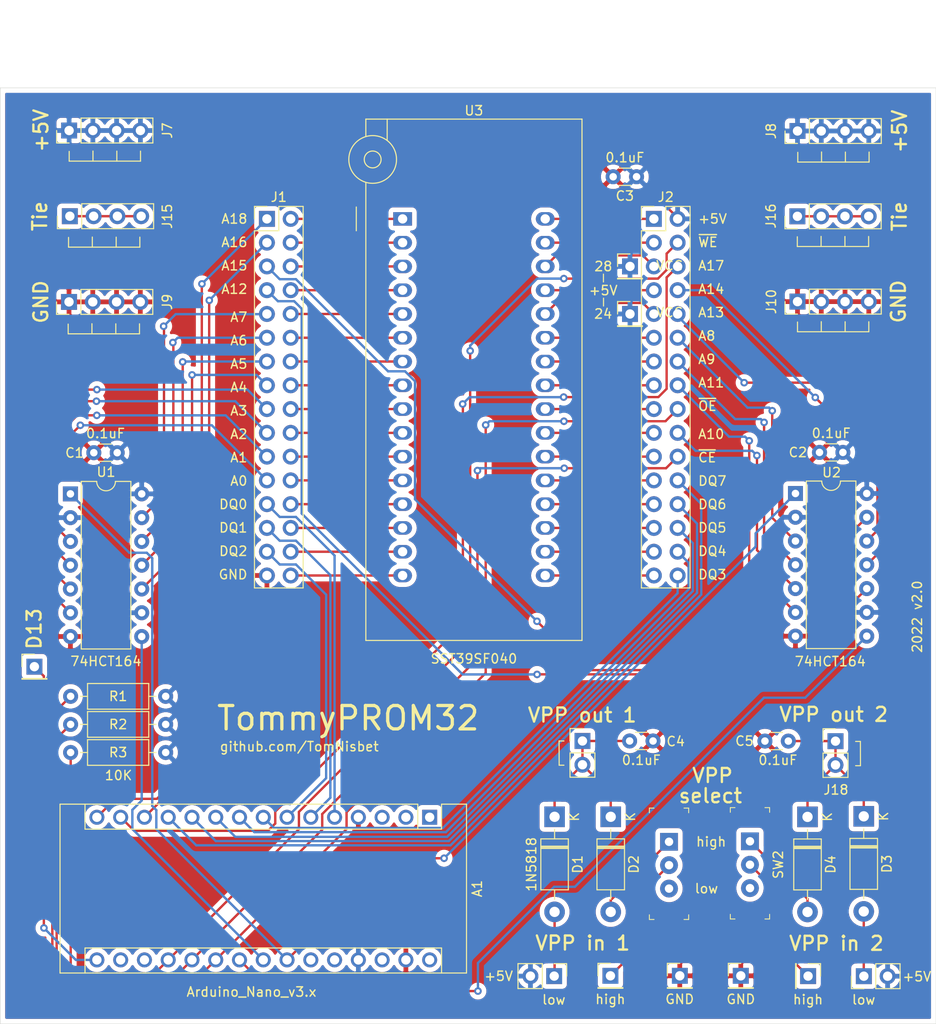
<source format=kicad_pcb>
(kicad_pcb (version 20171130) (host pcbnew "(5.1.9)-1")
  (layers (0 F.Cu signal) (31 B.Cu signal) (36 B.SilkS user) (37 F.SilkS user) (38 B.Mask user) (39 F.Mask user) (44 Edge.Cuts user))
  (net 0 "")
  (net 1 "Net-(A1-Pad16)")
  (net 2 A18)
  (net 3 "Net-(A1-Pad30)")
  (net 4 A17)
  (net 5 GND)
  (net 6 A16)
  (net 7 "Net-(A1-Pad28)")
  (net 8 DQ7)
  (net 9 DQ6)
  (net 10 "Net-(A1-Pad26)")
  (net 11 DQ5)
  (net 12 "Net-(A1-Pad25)")
  (net 13 DQ4)
  (net 14 /AD-BIT)
  (net 15 DQ3)
  (net 16 /CLK-LO)
  (net 17 DQ2)
  (net 18 /CLK-HI)
  (net 19 DQ1)
  (net 20 ~OE)
  (net 21 DQ0)
  (net 22 ~CE)
  (net 23 ~WE)
  (net 24 "Net-(A1-Pad3)")
  (net 25 "Net-(A1-Pad18)")
  (net 26 "Net-(A1-Pad2)")
  (net 27 "Net-(A1-Pad17)")
  (net 28 "Net-(A1-Pad1)")
  (net 29 "Net-(D2-Pad2)")
  (net 30 "Net-(D3-Pad2)")
  (net 31 "Net-(J1-Pad32)")
  (net 32 "Net-(J1-Pad30)")
  (net 33 "Net-(J1-Pad28)")
  (net 34 "Net-(J1-Pad26)")
  (net 35 "Net-(J1-Pad24)")
  (net 36 "Net-(J1-Pad22)")
  (net 37 "Net-(J1-Pad20)")
  (net 38 "Net-(J1-Pad18)")
  (net 39 A0)
  (net 40 A1)
  (net 41 A2)
  (net 42 A3)
  (net 43 A4)
  (net 44 A5)
  (net 45 A6)
  (net 46 A7)
  (net 47 A12)
  (net 48 A15)
  (net 49 A14)
  (net 50 A13)
  (net 51 A8)
  (net 52 A9)
  (net 53 A11)
  (net 54 A10)
  (net 55 "Net-(J2-Pad15)")
  (net 56 "Net-(J2-Pad13)")
  (net 57 "Net-(J2-Pad11)")
  (net 58 "Net-(J2-Pad9)")
  (net 59 "Net-(J2-Pad7)")
  (net 60 "Net-(J2-Pad5)")
  (net 61 "Net-(J2-Pad3)")
  (net 62 "Net-(J2-Pad1)")
  (net 63 "Net-(J5-Pad1)")
  (net 64 "Net-(SW1-Pad3)")
  (net 65 "Net-(J1-Pad16)")
  (net 66 "Net-(J1-Pad14)")
  (net 67 "Net-(J1-Pad12)")
  (net 68 "Net-(J1-Pad10)")
  (net 69 "Net-(J1-Pad8)")
  (net 70 "Net-(J1-Pad6)")
  (net 71 "Net-(J1-Pad4)")
  (net 72 "Net-(J1-Pad2)")
  (net 73 "Net-(J2-Pad31)")
  (net 74 "Net-(J2-Pad29)")
  (net 75 "Net-(J2-Pad27)")
  (net 76 "Net-(J2-Pad25)")
  (net 77 "Net-(J2-Pad23)")
  (net 78 "Net-(J2-Pad21)")
  (net 79 "Net-(J2-Pad19)")
  (net 80 "Net-(J2-Pad17)")
  (net 81 "Net-(D1-Pad2)")
  (net 82 "Net-(J15-Pad1)")
  (net 83 "Net-(J16-Pad1)")
  (net 84 "Net-(D4-Pad2)")
  (net 85 "Net-(J17-Pad1)")
  (net 86 "Net-(SW2-Pad3)")
  (net 87 "Net-(C4-Pad1)")
  (net 88 "Net-(C5-Pad1)")
  (net 89 +5V)
  (module Module:Arduino_Nano (layer F.Cu) (at 100.89 112.93 270)
    (fp_text reference A1 (at 7.62 -5.08 90) (layer F.SilkS))
    (fp_text value Arduino_Nano_v3.x (at 18.66 19.04) (layer F.SilkS))
    (pad 16 thru_hole oval (at 15.24 35.56 270) (size 1.6 1.6) (drill 1) (layers *.Cu *.Mask) (net 1 "Net-(A1-Pad16)"))
    (pad 15 thru_hole oval (at 0 35.56 270) (size 1.6 1.6) (drill 1) (layers *.Cu *.Mask) (net 2 A18))
    (pad 30 thru_hole oval (at 15.24 0 270) (size 1.6 1.6) (drill 1) (layers *.Cu *.Mask) (net 3 "Net-(A1-Pad30)"))
    (pad 14 thru_hole oval (at 0 33.02 270) (size 1.6 1.6) (drill 1) (layers *.Cu *.Mask) (net 4 A17))
    (pad 29 thru_hole oval (at 15.24 2.54 270) (size 1.6 1.6) (drill 1) (layers *.Cu *.Mask) (net 5 GND))
    (pad 13 thru_hole oval (at 0 30.48 270) (size 1.6 1.6) (drill 1) (layers *.Cu *.Mask) (net 6 A16))
    (pad 28 thru_hole oval (at 15.24 5.08 270) (size 1.6 1.6) (drill 1) (layers *.Cu *.Mask) (net 7 "Net-(A1-Pad28)"))
    (pad 12 thru_hole oval (at 0 27.94 270) (size 1.6 1.6) (drill 1) (layers *.Cu *.Mask) (net 8 DQ7))
    (pad 27 thru_hole oval (at 15.24 7.62 270) (size 1.6 1.6) (drill 1) (layers *.Cu *.Mask) (net 89 +5V))
    (pad 11 thru_hole oval (at 0 25.4 270) (size 1.6 1.6) (drill 1) (layers *.Cu *.Mask) (net 9 DQ6))
    (pad 26 thru_hole oval (at 15.24 10.16 270) (size 1.6 1.6) (drill 1) (layers *.Cu *.Mask) (net 10 "Net-(A1-Pad26)"))
    (pad 10 thru_hole oval (at 0 22.86 270) (size 1.6 1.6) (drill 1) (layers *.Cu *.Mask) (net 11 DQ5))
    (pad 25 thru_hole oval (at 15.24 12.7 270) (size 1.6 1.6) (drill 1) (layers *.Cu *.Mask) (net 12 "Net-(A1-Pad25)"))
    (pad 9 thru_hole oval (at 0 20.32 270) (size 1.6 1.6) (drill 1) (layers *.Cu *.Mask) (net 13 DQ4))
    (pad 24 thru_hole oval (at 15.24 15.24 270) (size 1.6 1.6) (drill 1) (layers *.Cu *.Mask) (net 14 /AD-BIT))
    (pad 8 thru_hole oval (at 0 17.78 270) (size 1.6 1.6) (drill 1) (layers *.Cu *.Mask) (net 15 DQ3))
    (pad 23 thru_hole oval (at 15.24 17.78 270) (size 1.6 1.6) (drill 1) (layers *.Cu *.Mask) (net 16 /CLK-LO))
    (pad 7 thru_hole oval (at 0 15.24 270) (size 1.6 1.6) (drill 1) (layers *.Cu *.Mask) (net 17 DQ2))
    (pad 22 thru_hole oval (at 15.24 20.32 270) (size 1.6 1.6) (drill 1) (layers *.Cu *.Mask) (net 18 /CLK-HI))
    (pad 6 thru_hole oval (at 0 12.7 270) (size 1.6 1.6) (drill 1) (layers *.Cu *.Mask) (net 19 DQ1))
    (pad 21 thru_hole oval (at 15.24 22.86 270) (size 1.6 1.6) (drill 1) (layers *.Cu *.Mask) (net 20 ~OE))
    (pad 5 thru_hole oval (at 0 10.16 270) (size 1.6 1.6) (drill 1) (layers *.Cu *.Mask) (net 21 DQ0))
    (pad 20 thru_hole oval (at 15.24 25.4 270) (size 1.6 1.6) (drill 1) (layers *.Cu *.Mask) (net 22 ~CE))
    (pad 4 thru_hole oval (at 0 7.62 270) (size 1.6 1.6) (drill 1) (layers *.Cu *.Mask) (net 5 GND))
    (pad 19 thru_hole oval (at 15.24 27.94 270) (size 1.6 1.6) (drill 1) (layers *.Cu *.Mask) (net 23 ~WE))
    (pad 3 thru_hole oval (at 0 5.08 270) (size 1.6 1.6) (drill 1) (layers *.Cu *.Mask) (net 24 "Net-(A1-Pad3)"))
    (pad 18 thru_hole oval (at 15.24 30.48 270) (size 1.6 1.6) (drill 1) (layers *.Cu *.Mask) (net 25 "Net-(A1-Pad18)"))
    (pad 2 thru_hole oval (at 0 2.54 270) (size 1.6 1.6) (drill 1) (layers *.Cu *.Mask) (net 26 "Net-(A1-Pad2)"))
    (pad 17 thru_hole oval (at 15.24 33.02 270) (size 1.6 1.6) (drill 1) (layers *.Cu *.Mask) (net 27 "Net-(A1-Pad17)"))
    (pad 1 thru_hole rect (at 0 0 270) (size 1.6 1.6) (drill 1) (layers *.Cu *.Mask) (net 28 "Net-(A1-Pad1)"))
  )
  (module Connector_PinHeader_2.54mm:PinHeader_1x01_P2.54mm_Vertical (layer F.Cu) (at 134.14 129.87)
    (fp_text reference J19)
    (fp_text value GND (at 0 2.51) (layer F.SilkS))
    (pad 1 thru_hole rect (at 0 0) (size 1.7 1.7) (drill 1) (layers *.Cu *.Mask) (net 5 GND))
  )
  (module Capacitor_THT:C_Disc_D3.0mm_W1.6mm_P2.50mm (layer F.Cu) (at 139.22 104.79 180)
    (fp_text reference C5 (at 4.69 0) (layer F.SilkS))
    (fp_text value 0.1uF (at 1.12 -2.04) (layer F.SilkS))
    (pad 2 thru_hole circle (at 2.5 0 180) (size 1.6 1.6) (drill 0.8) (layers *.Cu *.Mask) (net 5 GND))
    (pad 1 thru_hole circle (at 0 0 180) (size 1.6 1.6) (drill 0.8) (layers *.Cu *.Mask) (net 88 "Net-(C5-Pad1)"))
  )
  (module Capacitor_THT:C_Disc_D3.0mm_W1.6mm_P2.50mm (layer F.Cu) (at 122.26 104.78)
    (fp_text reference C4 (at 4.92 0.05) (layer F.SilkS))
    (fp_text value 0.1uF (at 1.25 2.05) (layer F.SilkS))
    (pad 2 thru_hole circle (at 2.5 0) (size 1.6 1.6) (drill 0.8) (layers *.Cu *.Mask) (net 5 GND))
    (pad 1 thru_hole circle (at 0 0) (size 1.6 1.6) (drill 0.8) (layers *.Cu *.Mask) (net 87 "Net-(C4-Pad1)"))
  )
  (module digikey-footprints:Switch_Slide_11.6x4mm_EG1218 (layer F.Cu) (at 135.12 115.5 270)
    (fp_text reference SW2 (at 2.49 -3.02 90) (layer F.SilkS))
    (fp_text value SW_SPDT)
    (pad 3 thru_hole circle (at 5 0 270) (size 1.9 1.9) (drill 0.9) (layers *.Cu *.Mask) (net 86 "Net-(SW2-Pad3)"))
    (pad 2 thru_hole circle (at 2.5 0 270) (size 1.9 1.9) (drill 0.9) (layers *.Cu *.Mask) (net 85 "Net-(J17-Pad1)"))
    (pad 1 thru_hole rect (at 0 0 270) (size 1.9 1.9) (drill 0.9) (layers *.Cu *.Mask) (net 84 "Net-(D4-Pad2)"))
  )
  (module Connector_PinHeader_2.54mm:PinHeader_1x02_P2.54mm_Vertical (layer F.Cu) (at 144.26 104.8)
    (fp_text reference J18 (at 0.05 5.2) (layer F.SilkS))
    (fp_text value "VPP out 2" (at -0.2 -2.85) (layer F.SilkS) (effects (font (size 1.5 1.5) (thickness 0.25))))
    (pad 2 thru_hole oval (at 0 2.54) (size 1.7 1.7) (drill 1) (layers *.Cu *.Mask) (net 88 "Net-(C5-Pad1)"))
    (pad 1 thru_hole rect (at 0 0) (size 1.7 1.7) (drill 1) (layers *.Cu *.Mask) (net 88 "Net-(C5-Pad1)"))
  )
  (module Connector_PinHeader_2.54mm:PinHeader_1x01_P2.54mm_Vertical (layer F.Cu) (at 141.33 129.9 270)
    (fp_text reference J17)
    (fp_text value high (at 2.51 0.01 180) (layer F.SilkS))
    (pad 1 thru_hole rect (at 0 0 270) (size 1.7 1.7) (drill 1) (layers *.Cu *.Mask) (net 85 "Net-(J17-Pad1)"))
  )
  (module Connector_PinHeader_2.54mm:PinHeader_1x02_P2.54mm_Vertical (layer F.Cu) (at 147.29 129.91 90)
    (fp_text reference J13)
    (fp_text value low (at -2.52 -0.02 180) (layer F.SilkS))
    (fp_text user +5V (at -0.05 5.67 180) (layer F.SilkS))
    (pad 2 thru_hole oval (at 0 2.54 90) (size 1.7 1.7) (drill 1) (layers *.Cu *.Mask) (net 89 +5V))
    (pad 1 thru_hole rect (at 0 0 90) (size 1.7 1.7) (drill 1) (layers *.Cu *.Mask) (net 30 "Net-(D3-Pad2)"))
  )
  (module Diode_THT:D_DO-41_SOD81_P10.16mm_Horizontal (layer F.Cu) (at 141.27 112.89 270)
    (fp_text reference D4 (at 5.08 -2.47 90) (layer F.SilkS))
    (fp_text value 1N5818)
    (fp_text user K (at 0 -2.1 90) (layer F.SilkS))
    (pad 2 thru_hole oval (at 10.16 0 270) (size 2.2 2.2) (drill 1.1) (layers *.Cu *.Mask) (net 84 "Net-(D4-Pad2)"))
    (pad 1 thru_hole rect (at 0 0 270) (size 2.2 2.2) (drill 1.1) (layers *.Cu *.Mask) (net 88 "Net-(C5-Pad1)"))
  )
  (module Diode_THT:D_DO-41_SOD81_P10.16mm_Horizontal (layer F.Cu) (at 147.28 112.83 270)
    (fp_text reference D3 (at 5.08 -2.47 90) (layer F.SilkS))
    (fp_text value 1N5818)
    (fp_text user K (at 0 -2.1 90) (layer F.SilkS))
    (pad 2 thru_hole oval (at 10.16 0 270) (size 2.2 2.2) (drill 1.1) (layers *.Cu *.Mask) (net 30 "Net-(D3-Pad2)"))
    (pad 1 thru_hole rect (at 0 0 270) (size 2.2 2.2) (drill 1.1) (layers *.Cu *.Mask) (net 88 "Net-(C5-Pad1)"))
  )
  (module Connector_PinHeader_2.54mm:PinHeader_1x02_P2.54mm_Vertical (layer F.Cu) (at 114.2 129.9 270)
    (fp_text reference J6)
    (fp_text value low (at 2.53 0.04 180) (layer F.SilkS))
    (fp_text user +5V (at 0.01 5.94) (layer F.SilkS))
    (pad 2 thru_hole oval (at 0 2.54 270) (size 1.7 1.7) (drill 1) (layers *.Cu *.Mask) (net 89 +5V))
    (pad 1 thru_hole rect (at 0 0 270) (size 1.7 1.7) (drill 1) (layers *.Cu *.Mask) (net 81 "Net-(D1-Pad2)"))
  )
  (module Connector_PinHeader_2.54mm:PinHeader_1x02_P2.54mm_Vertical (layer F.Cu) (at 117.22 104.78)
    (fp_text reference J11)
    (fp_text value "VPP out 1" (at -0.03 -2.76) (layer F.SilkS) (effects (font (size 1.5 1.5) (thickness 0.25))))
    (pad 2 thru_hole oval (at 0 2.54) (size 1.7 1.7) (drill 1) (layers *.Cu *.Mask) (net 87 "Net-(C4-Pad1)"))
    (pad 1 thru_hole rect (at 0 0) (size 1.7 1.7) (drill 1) (layers *.Cu *.Mask) (net 87 "Net-(C4-Pad1)"))
  )
  (module Connector_PinHeader_2.54mm:PinHeader_1x04_P2.54mm_Vertical (layer F.Cu) (at 140.19 48.725 90)
    (fp_text reference J16 (at 0.03 -2.83 90) (layer F.SilkS))
    (fp_text value Tie (at -0.01 10.9 90) (layer F.SilkS) (effects (font (size 1.5 1.5) (thickness 0.25))))
    (pad 4 thru_hole oval (at 0 7.62 90) (size 1.7 1.7) (drill 1) (layers *.Cu *.Mask) (net 83 "Net-(J16-Pad1)"))
    (pad 3 thru_hole oval (at 0 5.08 90) (size 1.7 1.7) (drill 1) (layers *.Cu *.Mask) (net 83 "Net-(J16-Pad1)"))
    (pad 2 thru_hole oval (at 0 2.54 90) (size 1.7 1.7) (drill 1) (layers *.Cu *.Mask) (net 83 "Net-(J16-Pad1)"))
    (pad 1 thru_hole rect (at 0 0 90) (size 1.7 1.7) (drill 1) (layers *.Cu *.Mask) (net 83 "Net-(J16-Pad1)"))
  )
  (module Connector_PinHeader_2.54mm:PinHeader_1x04_P2.54mm_Vertical (layer F.Cu) (at 62.44 48.715 90)
    (fp_text reference J15 (at -0.01 10.41 90) (layer F.SilkS))
    (fp_text value Tie (at 0 -3.21 90) (layer F.SilkS) (effects (font (size 1.5 1.5) (thickness 0.25))))
    (pad 4 thru_hole oval (at 0 7.62 90) (size 1.7 1.7) (drill 1) (layers *.Cu *.Mask) (net 82 "Net-(J15-Pad1)"))
    (pad 3 thru_hole oval (at 0 5.08 90) (size 1.7 1.7) (drill 1) (layers *.Cu *.Mask) (net 82 "Net-(J15-Pad1)"))
    (pad 2 thru_hole oval (at 0 2.54 90) (size 1.7 1.7) (drill 1) (layers *.Cu *.Mask) (net 82 "Net-(J15-Pad1)"))
    (pad 1 thru_hole rect (at 0 0 90) (size 1.7 1.7) (drill 1) (layers *.Cu *.Mask) (net 82 "Net-(J15-Pad1)"))
  )
  (module Connector_PinHeader_2.54mm:PinHeader_1x01_P2.54mm_Vertical (layer F.Cu) (at 127.62 129.87)
    (fp_text reference J14)
    (fp_text value GND (at -0.01 2.5) (layer F.SilkS))
    (pad 1 thru_hole rect (at 0 0) (size 1.7 1.7) (drill 1) (layers *.Cu *.Mask) (net 5 GND))
  )
  (module Socket:DIP_Socket-32_W11.9_W12.7_W15.24_W17.78_W18.5_3M_232-1285-00-0602J (layer F.Cu) (at 98 49)
    (fp_text reference U3 (at 7.62 -11.56) (layer F.SilkS))
    (fp_text value SST39SF040 (at 7.62 47) (layer F.SilkS))
    (pad 17 thru_hole oval (at 15.24 38.1) (size 2 1.44) (drill 1) (layers *.Cu *.Mask) (net 73 "Net-(J2-Pad31)"))
    (pad 16 thru_hole oval (at 0 38.1) (size 2 1.44) (drill 1) (layers *.Cu *.Mask) (net 31 "Net-(J1-Pad32)"))
    (pad 18 thru_hole oval (at 15.24 35.56) (size 2 1.44) (drill 1) (layers *.Cu *.Mask) (net 74 "Net-(J2-Pad29)"))
    (pad 15 thru_hole oval (at 0 35.56) (size 2 1.44) (drill 1) (layers *.Cu *.Mask) (net 32 "Net-(J1-Pad30)"))
    (pad 19 thru_hole oval (at 15.24 33.02) (size 2 1.44) (drill 1) (layers *.Cu *.Mask) (net 75 "Net-(J2-Pad27)"))
    (pad 14 thru_hole oval (at 0 33.02) (size 2 1.44) (drill 1) (layers *.Cu *.Mask) (net 33 "Net-(J1-Pad28)"))
    (pad 20 thru_hole oval (at 15.24 30.48) (size 2 1.44) (drill 1) (layers *.Cu *.Mask) (net 76 "Net-(J2-Pad25)"))
    (pad 13 thru_hole oval (at 0 30.48) (size 2 1.44) (drill 1) (layers *.Cu *.Mask) (net 34 "Net-(J1-Pad26)"))
    (pad 21 thru_hole oval (at 15.24 27.94) (size 2 1.44) (drill 1) (layers *.Cu *.Mask) (net 77 "Net-(J2-Pad23)"))
    (pad 12 thru_hole oval (at 0 27.94) (size 2 1.44) (drill 1) (layers *.Cu *.Mask) (net 35 "Net-(J1-Pad24)"))
    (pad 22 thru_hole oval (at 15.24 25.4) (size 2 1.44) (drill 1) (layers *.Cu *.Mask) (net 78 "Net-(J2-Pad21)"))
    (pad 11 thru_hole oval (at 0 25.4) (size 2 1.44) (drill 1) (layers *.Cu *.Mask) (net 36 "Net-(J1-Pad22)"))
    (pad 23 thru_hole oval (at 15.24 22.86) (size 2 1.44) (drill 1) (layers *.Cu *.Mask) (net 79 "Net-(J2-Pad19)"))
    (pad 10 thru_hole oval (at 0 22.86) (size 2 1.44) (drill 1) (layers *.Cu *.Mask) (net 37 "Net-(J1-Pad20)"))
    (pad 24 thru_hole oval (at 15.24 20.32) (size 2 1.44) (drill 1) (layers *.Cu *.Mask) (net 80 "Net-(J2-Pad17)"))
    (pad 9 thru_hole oval (at 0 20.32) (size 2 1.44) (drill 1) (layers *.Cu *.Mask) (net 38 "Net-(J1-Pad18)"))
    (pad 25 thru_hole oval (at 15.24 17.78) (size 2 1.44) (drill 1) (layers *.Cu *.Mask) (net 55 "Net-(J2-Pad15)"))
    (pad 8 thru_hole oval (at 0 17.78) (size 2 1.44) (drill 1) (layers *.Cu *.Mask) (net 65 "Net-(J1-Pad16)"))
    (pad 26 thru_hole oval (at 15.24 15.24) (size 2 1.44) (drill 1) (layers *.Cu *.Mask) (net 56 "Net-(J2-Pad13)"))
    (pad 7 thru_hole oval (at 0 15.24) (size 2 1.44) (drill 1) (layers *.Cu *.Mask) (net 66 "Net-(J1-Pad14)"))
    (pad 27 thru_hole oval (at 15.24 12.7) (size 2 1.44) (drill 1) (layers *.Cu *.Mask) (net 57 "Net-(J2-Pad11)"))
    (pad 6 thru_hole oval (at 0 12.7) (size 2 1.44) (drill 1) (layers *.Cu *.Mask) (net 67 "Net-(J1-Pad12)"))
    (pad 28 thru_hole oval (at 15.24 10.16) (size 2 1.44) (drill 1) (layers *.Cu *.Mask) (net 58 "Net-(J2-Pad9)"))
    (pad 5 thru_hole oval (at 0 10.16) (size 2 1.44) (drill 1) (layers *.Cu *.Mask) (net 68 "Net-(J1-Pad10)"))
    (pad 29 thru_hole oval (at 15.24 7.62) (size 2 1.44) (drill 1) (layers *.Cu *.Mask) (net 59 "Net-(J2-Pad7)"))
    (pad 4 thru_hole oval (at 0 7.62) (size 2 1.44) (drill 1) (layers *.Cu *.Mask) (net 69 "Net-(J1-Pad8)"))
    (pad 30 thru_hole oval (at 15.24 5.08) (size 2 1.44) (drill 1) (layers *.Cu *.Mask) (net 60 "Net-(J2-Pad5)"))
    (pad 3 thru_hole oval (at 0 5.08) (size 2 1.44) (drill 1) (layers *.Cu *.Mask) (net 70 "Net-(J1-Pad6)"))
    (pad 31 thru_hole oval (at 15.24 2.54) (size 2 1.44) (drill 1) (layers *.Cu *.Mask) (net 61 "Net-(J2-Pad3)"))
    (pad 2 thru_hole oval (at 0 2.54) (size 2 1.44) (drill 1) (layers *.Cu *.Mask) (net 71 "Net-(J1-Pad4)"))
    (pad 32 thru_hole oval (at 15.24 0) (size 2 1.44) (drill 1) (layers *.Cu *.Mask) (net 62 "Net-(J2-Pad1)"))
    (pad 1 thru_hole rect (at 0 0) (size 2 1.44) (drill 1) (layers *.Cu *.Mask) (net 72 "Net-(J1-Pad2)"))
  )
  (module Package_DIP:DIP-14_W7.62mm (layer F.Cu) (at 139.98 78.34)
    (fp_text reference U2 (at 3.86 -2.24) (layer F.SilkS))
    (fp_text value 74HCT164 (at 3.72 17.95) (layer F.SilkS))
    (pad 14 thru_hole oval (at 7.62 0) (size 1.6 1.6) (drill 0.8) (layers *.Cu *.Mask) (net 89 +5V))
    (pad 7 thru_hole oval (at 0 15.24) (size 1.6 1.6) (drill 0.8) (layers *.Cu *.Mask) (net 5 GND))
    (pad 13 thru_hole oval (at 7.62 2.54) (size 1.6 1.6) (drill 0.8) (layers *.Cu *.Mask) (net 48 A15))
    (pad 6 thru_hole oval (at 0 12.7) (size 1.6 1.6) (drill 0.8) (layers *.Cu *.Mask) (net 53 A11))
    (pad 12 thru_hole oval (at 7.62 5.08) (size 1.6 1.6) (drill 0.8) (layers *.Cu *.Mask) (net 49 A14))
    (pad 5 thru_hole oval (at 0 10.16) (size 1.6 1.6) (drill 0.8) (layers *.Cu *.Mask) (net 54 A10))
    (pad 11 thru_hole oval (at 7.62 7.62) (size 1.6 1.6) (drill 0.8) (layers *.Cu *.Mask) (net 50 A13))
    (pad 4 thru_hole oval (at 0 7.62) (size 1.6 1.6) (drill 0.8) (layers *.Cu *.Mask) (net 52 A9))
    (pad 10 thru_hole oval (at 7.62 10.16) (size 1.6 1.6) (drill 0.8) (layers *.Cu *.Mask) (net 47 A12))
    (pad 3 thru_hole oval (at 0 5.08) (size 1.6 1.6) (drill 0.8) (layers *.Cu *.Mask) (net 51 A8))
    (pad 9 thru_hole oval (at 7.62 12.7) (size 1.6 1.6) (drill 0.8) (layers *.Cu *.Mask) (net 89 +5V))
    (pad 2 thru_hole oval (at 0 2.54) (size 1.6 1.6) (drill 0.8) (layers *.Cu *.Mask) (net 89 +5V))
    (pad 8 thru_hole oval (at 7.62 15.24) (size 1.6 1.6) (drill 0.8) (layers *.Cu *.Mask) (net 18 /CLK-HI))
    (pad 1 thru_hole rect (at 0 0) (size 1.6 1.6) (drill 0.8) (layers *.Cu *.Mask) (net 14 /AD-BIT))
  )
  (module Package_DIP:DIP-14_W7.62mm (layer F.Cu) (at 62.5 78.38)
    (fp_text reference U1 (at 3.81 -2.33) (layer F.SilkS))
    (fp_text value 74HCT164 (at 3.79 17.89) (layer F.SilkS))
    (pad 14 thru_hole oval (at 7.62 0) (size 1.6 1.6) (drill 0.8) (layers *.Cu *.Mask) (net 89 +5V))
    (pad 7 thru_hole oval (at 0 15.24) (size 1.6 1.6) (drill 0.8) (layers *.Cu *.Mask) (net 5 GND))
    (pad 13 thru_hole oval (at 7.62 2.54) (size 1.6 1.6) (drill 0.8) (layers *.Cu *.Mask) (net 46 A7))
    (pad 6 thru_hole oval (at 0 12.7) (size 1.6 1.6) (drill 0.8) (layers *.Cu *.Mask) (net 42 A3))
    (pad 12 thru_hole oval (at 7.62 5.08) (size 1.6 1.6) (drill 0.8) (layers *.Cu *.Mask) (net 45 A6))
    (pad 5 thru_hole oval (at 0 10.16) (size 1.6 1.6) (drill 0.8) (layers *.Cu *.Mask) (net 41 A2))
    (pad 11 thru_hole oval (at 7.62 7.62) (size 1.6 1.6) (drill 0.8) (layers *.Cu *.Mask) (net 44 A5))
    (pad 4 thru_hole oval (at 0 7.62) (size 1.6 1.6) (drill 0.8) (layers *.Cu *.Mask) (net 40 A1))
    (pad 10 thru_hole oval (at 7.62 10.16) (size 1.6 1.6) (drill 0.8) (layers *.Cu *.Mask) (net 43 A4))
    (pad 3 thru_hole oval (at 0 5.08) (size 1.6 1.6) (drill 0.8) (layers *.Cu *.Mask) (net 39 A0))
    (pad 9 thru_hole oval (at 7.62 12.7) (size 1.6 1.6) (drill 0.8) (layers *.Cu *.Mask) (net 89 +5V))
    (pad 2 thru_hole oval (at 0 2.54) (size 1.6 1.6) (drill 0.8) (layers *.Cu *.Mask) (net 89 +5V))
    (pad 8 thru_hole oval (at 7.62 15.24) (size 1.6 1.6) (drill 0.8) (layers *.Cu *.Mask) (net 16 /CLK-LO))
    (pad 1 thru_hole rect (at 0 0) (size 1.6 1.6) (drill 0.8) (layers *.Cu *.Mask) (net 14 /AD-BIT))
  )
  (module digikey-footprints:Switch_Slide_11.6x4mm_EG1218 (layer F.Cu) (at 126.47 115.55 270)
    (fp_text reference SW1)
    (fp_text value SW_SPDT)
    (fp_text user low (at 5 -4) (layer F.SilkS))
    (fp_text user high (at 0 -4.5) (layer F.SilkS))
    (fp_text user VPP (at -7.07 -4.65) (layer F.SilkS) (effects (font (size 1.5 1.5) (thickness 0.25))))
    (fp_text user select (at -4.91 -4.42) (layer F.SilkS) (effects (font (size 1.5 1.5) (thickness 0.25))))
    (pad 3 thru_hole circle (at 5 0 270) (size 1.9 1.9) (drill 0.9) (layers *.Cu *.Mask) (net 64 "Net-(SW1-Pad3)"))
    (pad 2 thru_hole circle (at 2.5 0 270) (size 1.9 1.9) (drill 0.9) (layers *.Cu *.Mask) (net 63 "Net-(J5-Pad1)"))
    (pad 1 thru_hole rect (at 0 0 270) (size 1.9 1.9) (drill 0.9) (layers *.Cu *.Mask) (net 29 "Net-(D2-Pad2)"))
  )
  (module Resistor_THT:R_Axial_DIN0207_L6.3mm_D2.5mm_P10.16mm_Horizontal (layer F.Cu) (at 72.68 106.01 180)
    (fp_text reference R3 (at 5.08 0) (layer F.SilkS))
    (fp_text value 10K (at 5.04 -2.45) (layer F.SilkS))
    (pad 2 thru_hole oval (at 10.16 0 180) (size 1.6 1.6) (drill 0.8) (layers *.Cu *.Mask) (net 23 ~WE))
    (pad 1 thru_hole circle (at 0 0 180) (size 1.6 1.6) (drill 0.8) (layers *.Cu *.Mask) (net 89 +5V))
  )
  (module Resistor_THT:R_Axial_DIN0207_L6.3mm_D2.5mm_P10.16mm_Horizontal (layer F.Cu) (at 72.68 103.01 180)
    (fp_text reference R2 (at 5.08 0) (layer F.SilkS))
    (fp_text value 10K)
    (pad 2 thru_hole oval (at 10.16 0 180) (size 1.6 1.6) (drill 0.8) (layers *.Cu *.Mask) (net 22 ~CE))
    (pad 1 thru_hole circle (at 0 0 180) (size 1.6 1.6) (drill 0.8) (layers *.Cu *.Mask) (net 89 +5V))
  )
  (module Resistor_THT:R_Axial_DIN0207_L6.3mm_D2.5mm_P10.16mm_Horizontal (layer F.Cu) (at 72.68 100.01 180)
    (fp_text reference R1 (at 5.08 0) (layer F.SilkS))
    (fp_text value 10K)
    (pad 2 thru_hole oval (at 10.16 0 180) (size 1.6 1.6) (drill 0.8) (layers *.Cu *.Mask) (net 20 ~OE))
    (pad 1 thru_hole circle (at 0 0 180) (size 1.6 1.6) (drill 0.8) (layers *.Cu *.Mask) (net 89 +5V))
  )
  (module Connector_PinHeader_2.54mm:PinHeader_1x01_P2.54mm_Vertical (layer F.Cu) (at 58.65 96.84)
    (fp_text reference J12)
    (fp_text value D13 (at -0.02 -4.04 90) (layer F.SilkS) (effects (font (size 1.5 1.5) (thickness 0.25))))
    (pad 1 thru_hole rect (at 0 0) (size 1.7 1.7) (drill 1) (layers *.Cu *.Mask) (net 1 "Net-(A1-Pad16)"))
  )
  (module Connector_PinHeader_2.54mm:PinHeader_1x04_P2.54mm_Vertical (layer F.Cu) (at 140.2 57.84 90)
    (fp_text reference J10 (at 0 -2.8 90) (layer F.SilkS))
    (fp_text value GND (at 0.01 10.79 90) (layer F.SilkS) (effects (font (size 1.5 1.5) (thickness 0.25))))
    (pad 4 thru_hole oval (at 0 7.62 90) (size 1.7 1.7) (drill 1) (layers *.Cu *.Mask) (net 5 GND))
    (pad 3 thru_hole oval (at 0 5.08 90) (size 1.7 1.7) (drill 1) (layers *.Cu *.Mask) (net 5 GND))
    (pad 2 thru_hole oval (at 0 2.54 90) (size 1.7 1.7) (drill 1) (layers *.Cu *.Mask) (net 5 GND))
    (pad 1 thru_hole rect (at 0 0 90) (size 1.7 1.7) (drill 1) (layers *.Cu *.Mask) (net 5 GND))
  )
  (module Connector_PinHeader_2.54mm:PinHeader_1x04_P2.54mm_Vertical (layer F.Cu) (at 62.35 57.87 90)
    (fp_text reference J9 (at 0 10.5 90) (layer F.SilkS))
    (fp_text value GND (at 0 -3 90) (layer F.SilkS) (effects (font (size 1.5 1.5) (thickness 0.25))))
    (pad 4 thru_hole oval (at 0 7.62 90) (size 1.7 1.7) (drill 1) (layers *.Cu *.Mask) (net 5 GND))
    (pad 3 thru_hole oval (at 0 5.08 90) (size 1.7 1.7) (drill 1) (layers *.Cu *.Mask) (net 5 GND))
    (pad 2 thru_hole oval (at 0 2.54 90) (size 1.7 1.7) (drill 1) (layers *.Cu *.Mask) (net 5 GND))
    (pad 1 thru_hole rect (at 0 0 90) (size 1.7 1.7) (drill 1) (layers *.Cu *.Mask) (net 5 GND))
  )
  (module Connector_PinHeader_2.54mm:PinHeader_1x04_P2.54mm_Vertical (layer F.Cu) (at 140.2 39.61 90)
    (fp_text reference J8 (at -0.01 -2.82 90) (layer F.SilkS))
    (fp_text value +5V (at -0.04 10.91 90) (layer F.SilkS) (effects (font (size 1.5 1.5) (thickness 0.25))))
    (pad 4 thru_hole oval (at 0 7.62 90) (size 1.7 1.7) (drill 1) (layers *.Cu *.Mask) (net 89 +5V))
    (pad 3 thru_hole oval (at 0 5.08 90) (size 1.7 1.7) (drill 1) (layers *.Cu *.Mask) (net 89 +5V))
    (pad 2 thru_hole oval (at 0 2.54 90) (size 1.7 1.7) (drill 1) (layers *.Cu *.Mask) (net 89 +5V))
    (pad 1 thru_hole rect (at 0 0 90) (size 1.7 1.7) (drill 1) (layers *.Cu *.Mask) (net 89 +5V))
  )
  (module Connector_PinHeader_2.54mm:PinHeader_1x04_P2.54mm_Vertical (layer F.Cu) (at 62.36 39.56 90)
    (fp_text reference J7 (at 0 10.5 90) (layer F.SilkS))
    (fp_text value +5V (at 0 -3 90) (layer F.SilkS) (effects (font (size 1.5 1.5) (thickness 0.25))))
    (pad 4 thru_hole oval (at 0 7.62 90) (size 1.7 1.7) (drill 1) (layers *.Cu *.Mask) (net 89 +5V))
    (pad 3 thru_hole oval (at 0 5.08 90) (size 1.7 1.7) (drill 1) (layers *.Cu *.Mask) (net 89 +5V))
    (pad 2 thru_hole oval (at 0 2.54 90) (size 1.7 1.7) (drill 1) (layers *.Cu *.Mask) (net 89 +5V))
    (pad 1 thru_hole rect (at 0 0 90) (size 1.7 1.7) (drill 1) (layers *.Cu *.Mask) (net 89 +5V))
  )
  (module Connector_PinHeader_2.54mm:PinHeader_1x01_P2.54mm_Vertical (layer F.Cu) (at 120.21 129.87)
    (fp_text reference J5)
    (fp_text value high (at -0.01 2.51) (layer F.SilkS))
    (pad 1 thru_hole rect (at 0 0) (size 1.7 1.7) (drill 1) (layers *.Cu *.Mask) (net 63 "Net-(J5-Pad1)"))
  )
  (module Connector_PinHeader_2.54mm:PinHeader_1x01_P2.54mm_Vertical (layer F.Cu) (at 122.3 59.16)
    (fp_text reference J4)
    (fp_text value PWR24)
    (fp_text user +5V (at -2.86 -2.51 180) (layer F.SilkS))
    (fp_text user 24 (at -2.87 -0.01 180) (layer F.SilkS))
    (pad 1 thru_hole rect (at 0 0) (size 1.7 1.7) (drill 1) (layers *.Cu *.Mask) (net 89 +5V))
  )
  (module Connector_PinHeader_2.54mm:PinHeader_1x01_P2.54mm_Vertical (layer F.Cu) (at 122.3 54.08)
    (fp_text reference J3)
    (fp_text value PWR28)
    (fp_text user 28 (at -2.85 0) (layer F.SilkS))
    (pad 1 thru_hole rect (at 0 0) (size 1.7 1.7) (drill 1) (layers *.Cu *.Mask) (net 89 +5V))
  )
  (module Connector_PinHeader_2.54mm:PinHeader_2x16_P2.54mm_Vertical (layer F.Cu) (at 124.85 49)
    (fp_text reference J2 (at 1.27 -2.33) (layer F.SilkS))
    (fp_text value right)
    (pad 32 thru_hole oval (at 2.54 38.1) (size 1.7 1.7) (drill 1) (layers *.Cu *.Mask) (net 15 DQ3))
    (pad 31 thru_hole oval (at 0 38.1) (size 1.7 1.7) (drill 1) (layers *.Cu *.Mask) (net 73 "Net-(J2-Pad31)"))
    (pad 30 thru_hole oval (at 2.54 35.56) (size 1.7 1.7) (drill 1) (layers *.Cu *.Mask) (net 13 DQ4))
    (pad 29 thru_hole oval (at 0 35.56) (size 1.7 1.7) (drill 1) (layers *.Cu *.Mask) (net 74 "Net-(J2-Pad29)"))
    (pad 28 thru_hole oval (at 2.54 33.02) (size 1.7 1.7) (drill 1) (layers *.Cu *.Mask) (net 11 DQ5))
    (pad 27 thru_hole oval (at 0 33.02) (size 1.7 1.7) (drill 1) (layers *.Cu *.Mask) (net 75 "Net-(J2-Pad27)"))
    (pad 26 thru_hole oval (at 2.54 30.48) (size 1.7 1.7) (drill 1) (layers *.Cu *.Mask) (net 9 DQ6))
    (pad 25 thru_hole oval (at 0 30.48) (size 1.7 1.7) (drill 1) (layers *.Cu *.Mask) (net 76 "Net-(J2-Pad25)"))
    (pad 24 thru_hole oval (at 2.54 27.94) (size 1.7 1.7) (drill 1) (layers *.Cu *.Mask) (net 8 DQ7))
    (pad 23 thru_hole oval (at 0 27.94) (size 1.7 1.7) (drill 1) (layers *.Cu *.Mask) (net 77 "Net-(J2-Pad23)"))
    (pad 22 thru_hole oval (at 2.54 25.4) (size 1.7 1.7) (drill 1) (layers *.Cu *.Mask) (net 22 ~CE))
    (pad 21 thru_hole oval (at 0 25.4) (size 1.7 1.7) (drill 1) (layers *.Cu *.Mask) (net 78 "Net-(J2-Pad21)"))
    (pad 20 thru_hole oval (at 2.54 22.86) (size 1.7 1.7) (drill 1) (layers *.Cu *.Mask) (net 54 A10))
    (pad 19 thru_hole oval (at 0 22.86) (size 1.7 1.7) (drill 1) (layers *.Cu *.Mask) (net 79 "Net-(J2-Pad19)"))
    (pad 18 thru_hole oval (at 2.54 20.32) (size 1.7 1.7) (drill 1) (layers *.Cu *.Mask) (net 20 ~OE))
    (pad 17 thru_hole oval (at 0 20.32) (size 1.7 1.7) (drill 1) (layers *.Cu *.Mask) (net 80 "Net-(J2-Pad17)"))
    (pad 16 thru_hole oval (at 2.54 17.78) (size 1.7 1.7) (drill 1) (layers *.Cu *.Mask) (net 53 A11))
    (pad 15 thru_hole oval (at 0 17.78) (size 1.7 1.7) (drill 1) (layers *.Cu *.Mask) (net 55 "Net-(J2-Pad15)"))
    (pad 14 thru_hole oval (at 2.54 15.24) (size 1.7 1.7) (drill 1) (layers *.Cu *.Mask) (net 52 A9))
    (pad 13 thru_hole oval (at 0 15.24) (size 1.7 1.7) (drill 1) (layers *.Cu *.Mask) (net 56 "Net-(J2-Pad13)"))
    (pad 12 thru_hole oval (at 2.54 12.7) (size 1.7 1.7) (drill 1) (layers *.Cu *.Mask) (net 51 A8))
    (pad 11 thru_hole oval (at 0 12.7) (size 1.7 1.7) (drill 1) (layers *.Cu *.Mask) (net 57 "Net-(J2-Pad11)"))
    (pad 10 thru_hole oval (at 2.54 10.16) (size 1.7 1.7) (drill 1) (layers *.Cu *.Mask) (net 50 A13))
    (pad 9 thru_hole oval (at 0 10.16) (size 1.7 1.7) (drill 1) (layers *.Cu *.Mask) (net 58 "Net-(J2-Pad9)"))
    (pad 8 thru_hole oval (at 2.54 7.62) (size 1.7 1.7) (drill 1) (layers *.Cu *.Mask) (net 49 A14))
    (pad 7 thru_hole oval (at 0 7.62) (size 1.7 1.7) (drill 1) (layers *.Cu *.Mask) (net 59 "Net-(J2-Pad7)"))
    (pad 6 thru_hole oval (at 2.54 5.08) (size 1.7 1.7) (drill 1) (layers *.Cu *.Mask) (net 4 A17))
    (pad 5 thru_hole oval (at 0 5.08) (size 1.7 1.7) (drill 1) (layers *.Cu *.Mask) (net 60 "Net-(J2-Pad5)"))
    (pad 4 thru_hole oval (at 2.54 2.54) (size 1.7 1.7) (drill 1) (layers *.Cu *.Mask) (net 23 ~WE))
    (pad 3 thru_hole oval (at 0 2.54) (size 1.7 1.7) (drill 1) (layers *.Cu *.Mask) (net 61 "Net-(J2-Pad3)"))
    (pad 2 thru_hole oval (at 2.54 0) (size 1.7 1.7) (drill 1) (layers *.Cu *.Mask) (net 89 +5V))
    (pad 1 thru_hole rect (at 0 0) (size 1.7 1.7) (drill 1) (layers *.Cu *.Mask) (net 62 "Net-(J2-Pad1)"))
  )
  (module Connector_PinHeader_2.54mm:PinHeader_2x16_P2.54mm_Vertical (layer F.Cu) (at 83.5 49)
    (fp_text reference J1 (at 1.27 -2.33) (layer F.SilkS))
    (fp_text value left)
    (pad 32 thru_hole oval (at 2.54 38.1) (size 1.7 1.7) (drill 1) (layers *.Cu *.Mask) (net 31 "Net-(J1-Pad32)"))
    (pad 31 thru_hole oval (at 0 38.1) (size 1.7 1.7) (drill 1) (layers *.Cu *.Mask) (net 5 GND))
    (pad 30 thru_hole oval (at 2.54 35.56) (size 1.7 1.7) (drill 1) (layers *.Cu *.Mask) (net 32 "Net-(J1-Pad30)"))
    (pad 29 thru_hole oval (at 0 35.56) (size 1.7 1.7) (drill 1) (layers *.Cu *.Mask) (net 17 DQ2))
    (pad 28 thru_hole oval (at 2.54 33.02) (size 1.7 1.7) (drill 1) (layers *.Cu *.Mask) (net 33 "Net-(J1-Pad28)"))
    (pad 27 thru_hole oval (at 0 33.02) (size 1.7 1.7) (drill 1) (layers *.Cu *.Mask) (net 19 DQ1))
    (pad 26 thru_hole oval (at 2.54 30.48) (size 1.7 1.7) (drill 1) (layers *.Cu *.Mask) (net 34 "Net-(J1-Pad26)"))
    (pad 25 thru_hole oval (at 0 30.48) (size 1.7 1.7) (drill 1) (layers *.Cu *.Mask) (net 21 DQ0))
    (pad 24 thru_hole oval (at 2.54 27.94) (size 1.7 1.7) (drill 1) (layers *.Cu *.Mask) (net 35 "Net-(J1-Pad24)"))
    (pad 23 thru_hole oval (at 0 27.94) (size 1.7 1.7) (drill 1) (layers *.Cu *.Mask) (net 39 A0))
    (pad 22 thru_hole oval (at 2.54 25.4) (size 1.7 1.7) (drill 1) (layers *.Cu *.Mask) (net 36 "Net-(J1-Pad22)"))
    (pad 21 thru_hole oval (at 0 25.4) (size 1.7 1.7) (drill 1) (layers *.Cu *.Mask) (net 40 A1))
    (pad 20 thru_hole oval (at 2.54 22.86) (size 1.7 1.7) (drill 1) (layers *.Cu *.Mask) (net 37 "Net-(J1-Pad20)"))
    (pad 19 thru_hole oval (at 0 22.86) (size 1.7 1.7) (drill 1) (layers *.Cu *.Mask) (net 41 A2))
    (pad 18 thru_hole oval (at 2.54 20.32) (size 1.7 1.7) (drill 1) (layers *.Cu *.Mask) (net 38 "Net-(J1-Pad18)"))
    (pad 17 thru_hole oval (at 0 20.32) (size 1.7 1.7) (drill 1) (layers *.Cu *.Mask) (net 42 A3))
    (pad 16 thru_hole oval (at 2.54 17.78) (size 1.7 1.7) (drill 1) (layers *.Cu *.Mask) (net 65 "Net-(J1-Pad16)"))
    (pad 15 thru_hole oval (at 0 17.78) (size 1.7 1.7) (drill 1) (layers *.Cu *.Mask) (net 43 A4))
    (pad 14 thru_hole oval (at 2.54 15.24) (size 1.7 1.7) (drill 1) (layers *.Cu *.Mask) (net 66 "Net-(J1-Pad14)"))
    (pad 13 thru_hole oval (at 0 15.24) (size 1.7 1.7) (drill 1) (layers *.Cu *.Mask) (net 44 A5))
    (pad 12 thru_hole oval (at 2.54 12.7) (size 1.7 1.7) (drill 1) (layers *.Cu *.Mask) (net 67 "Net-(J1-Pad12)"))
    (pad 11 thru_hole oval (at 0 12.7) (size 1.7 1.7) (drill 1) (layers *.Cu *.Mask) (net 45 A6))
    (pad 10 thru_hole oval (at 2.54 10.16) (size 1.7 1.7) (drill 1) (layers *.Cu *.Mask) (net 68 "Net-(J1-Pad10)"))
    (pad 9 thru_hole oval (at 0 10.16) (size 1.7 1.7) (drill 1) (layers *.Cu *.Mask) (net 46 A7))
    (pad 8 thru_hole oval (at 2.54 7.62) (size 1.7 1.7) (drill 1) (layers *.Cu *.Mask) (net 69 "Net-(J1-Pad8)"))
    (pad 7 thru_hole oval (at 0 7.62) (size 1.7 1.7) (drill 1) (layers *.Cu *.Mask) (net 47 A12))
    (pad 6 thru_hole oval (at 2.54 5.08) (size 1.7 1.7) (drill 1) (layers *.Cu *.Mask) (net 70 "Net-(J1-Pad6)"))
    (pad 5 thru_hole oval (at 0 5.08) (size 1.7 1.7) (drill 1) (layers *.Cu *.Mask) (net 48 A15))
    (pad 4 thru_hole oval (at 2.54 2.54) (size 1.7 1.7) (drill 1) (layers *.Cu *.Mask) (net 71 "Net-(J1-Pad4)"))
    (pad 3 thru_hole oval (at 0 2.54) (size 1.7 1.7) (drill 1) (layers *.Cu *.Mask) (net 6 A16))
    (pad 2 thru_hole oval (at 2.54 0) (size 1.7 1.7) (drill 1) (layers *.Cu *.Mask) (net 72 "Net-(J1-Pad2)"))
    (pad 1 thru_hole rect (at 0 0) (size 1.7 1.7) (drill 1) (layers *.Cu *.Mask) (net 2 A18))
  )
  (module Diode_THT:D_DO-41_SOD81_P10.16mm_Horizontal (layer F.Cu) (at 120.24 112.88 270)
    (fp_text reference D2 (at 5.08 -2.47 90) (layer F.SilkS))
    (fp_text value 1N5818)
    (fp_text user K (at 0 -2.1 90) (layer F.SilkS))
    (pad 2 thru_hole oval (at 10.16 0 270) (size 2.2 2.2) (drill 1.1) (layers *.Cu *.Mask) (net 29 "Net-(D2-Pad2)"))
    (pad 1 thru_hole rect (at 0 0 270) (size 2.2 2.2) (drill 1.1) (layers *.Cu *.Mask) (net 87 "Net-(C4-Pad1)"))
  )
  (module Diode_THT:D_DO-41_SOD81_P10.16mm_Horizontal (layer F.Cu) (at 114.24 112.88 270)
    (fp_text reference D1 (at 5.08 -2.47 90) (layer F.SilkS))
    (fp_text value 1N5818 (at 5.08 2.47 90) (layer F.SilkS))
    (fp_text user K (at 0 -2.1 90) (layer F.SilkS))
    (pad 2 thru_hole oval (at 10.16 0 270) (size 2.2 2.2) (drill 1.1) (layers *.Cu *.Mask) (net 81 "Net-(D1-Pad2)"))
    (pad 1 thru_hole rect (at 0 0 270) (size 2.2 2.2) (drill 1.1) (layers *.Cu *.Mask) (net 87 "Net-(C4-Pad1)"))
  )
  (module Capacitor_THT:C_Disc_D3.0mm_W1.6mm_P2.50mm (layer F.Cu) (at 67.5 73.98 180)
    (fp_text reference C1 (at 4.57 -0.02) (layer F.SilkS))
    (fp_text value 0.1uF (at 1.25 2.05) (layer F.SilkS))
    (pad 2 thru_hole circle (at 2.5 0 180) (size 1.6 1.6) (drill 0.8) (layers *.Cu *.Mask) (net 5 GND))
    (pad 1 thru_hole circle (at 0 0 180) (size 1.6 1.6) (drill 0.8) (layers *.Cu *.Mask) (net 89 +5V))
  )
  (module Capacitor_THT:C_Disc_D3.0mm_W1.6mm_P2.50mm (layer F.Cu) (at 123 44.5 180)
    (fp_text reference C3 (at 1.25 -2.05) (layer F.SilkS))
    (fp_text value 0.1uF (at 1.25 2.05) (layer F.SilkS))
    (pad 2 thru_hole circle (at 2.5 0 180) (size 1.6 1.6) (drill 0.8) (layers *.Cu *.Mask) (net 5 GND))
    (pad 1 thru_hole circle (at 0 0 180) (size 1.6 1.6) (drill 0.8) (layers *.Cu *.Mask) (net 89 +5V))
  )
  (module Capacitor_THT:C_Disc_D3.0mm_W1.6mm_P2.50mm (layer F.Cu) (at 145.05 73.95 180)
    (fp_text reference C2 (at 4.81 0) (layer F.SilkS))
    (fp_text value 0.1uF (at 1.25 2.05) (layer F.SilkS))
    (pad 2 thru_hole circle (at 2.5 0 180) (size 1.6 1.6) (drill 0.8) (layers *.Cu *.Mask) (net 5 GND))
    (pad 1 thru_hole circle (at 0 0 180) (size 1.6 1.6) (drill 0.8) (layers *.Cu *.Mask) (net 89 +5V))
  )
  (gr_line (start 62.26 60.24) (end 62.26 61.28) (layer F.SilkS) (width 0.12))
  (gr_line (start 64.8 61.27) (end 64.8 60.2) (layer F.SilkS) (width 0.12))
  (gr_line (start 69.88 61.28) (end 69.88 60.21) (layer F.SilkS) (width 0.12))
  (gr_line (start 67.35 61.28) (end 67.35 60.21) (layer F.SilkS) (width 0.12))
  (gr_line (start 62.26 61.28) (end 69.88 61.28) (layer F.SilkS) (width 0.12))
  (gr_line (start 62.3 52.02) (end 69.92 52.02) (layer F.SilkS) (width 0.12))
  (gr_line (start 67.39 52.02) (end 67.39 50.95) (layer F.SilkS) (width 0.12))
  (gr_line (start 64.84 52.01) (end 64.84 50.94) (layer F.SilkS) (width 0.12))
  (gr_line (start 69.92 52.02) (end 69.92 50.95) (layer F.SilkS) (width 0.12))
  (gr_line (start 62.3 50.98) (end 62.3 52.02) (layer F.SilkS) (width 0.12))
  (gr_line (start 62.37 42.83) (end 69.99 42.83) (layer F.SilkS) (width 0.12))
  (gr_line (start 67.46 42.83) (end 67.46 41.76) (layer F.SilkS) (width 0.12))
  (gr_line (start 69.99 42.83) (end 69.99 41.76) (layer F.SilkS) (width 0.12))
  (gr_line (start 64.91 42.82) (end 64.91 41.75) (layer F.SilkS) (width 0.12))
  (gr_line (start 62.37 41.79) (end 62.37 42.83) (layer F.SilkS) (width 0.12))
  (gr_line (start 147.85 42.93) (end 147.85 41.86) (layer F.SilkS) (width 0.12))
  (gr_line (start 140.23 42.93) (end 147.85 42.93) (layer F.SilkS) (width 0.12))
  (gr_line (start 142.77 42.92) (end 142.77 41.85) (layer F.SilkS) (width 0.12))
  (gr_line (start 145.32 42.93) (end 145.32 41.86) (layer F.SilkS) (width 0.12))
  (gr_line (start 140.23 41.89) (end 140.23 42.93) (layer F.SilkS) (width 0.12))
  (gr_line (start 142.72 51.94) (end 142.72 50.87) (layer F.SilkS) (width 0.12))
  (gr_line (start 140.18 50.91) (end 140.18 51.95) (layer F.SilkS) (width 0.12))
  (gr_line (start 140.18 51.95) (end 147.8 51.95) (layer F.SilkS) (width 0.12))
  (gr_line (start 145.27 51.95) (end 145.27 50.88) (layer F.SilkS) (width 0.12))
  (gr_line (start 147.8 51.95) (end 147.8 50.88) (layer F.SilkS) (width 0.12))
  (gr_line (start 142.74 61.05) (end 142.74 59.98) (layer F.SilkS) (width 0.12))
  (gr_line (start 145.29 61.06) (end 145.29 59.99) (layer F.SilkS) (width 0.12))
  (gr_line (start 147.82 61.06) (end 147.82 59.99) (layer F.SilkS) (width 0.12))
  (gr_line (start 140.2 61.06) (end 147.82 61.06) (layer F.SilkS) (width 0.12))
  (gr_line (start 140.2 60.02) (end 140.2 61.06) (layer F.SilkS) (width 0.12))
  (gr_line (start 146.93 107.42) (end 146.92 104.83) (layer F.SilkS) (width 0.12))
  (gr_line (start 146.92 104.83) (end 146.41 104.83) (layer F.SilkS) (width 0.12))
  (gr_line (start 146.41 107.42) (end 146.93 107.42) (layer F.SilkS) (width 0.12))
  (gr_text "VPP in 2" (at 144.36 126.41) (layer F.SilkS) (effects (font (size 1.5 1.5) (thickness 0.25))))
  (gr_line (start 119.47 57.47) (end 119.47 58.31) (layer F.SilkS) (width 0.12))
  (gr_line (start 119.46 54.9) (end 119.46 55.74) (layer F.SilkS) (width 0.12))
  (gr_line (start 114.73 107.37) (end 115.24 107.37) (layer F.SilkS) (width 0.12))
  (gr_line (start 114.72 104.78) (end 114.73 107.37) (layer F.SilkS) (width 0.12))
  (gr_line (start 115.24 104.78) (end 114.72 104.78) (layer F.SilkS) (width 0.12))
  (gr_text "2022 v2.0" (at 153 91.5 90) (layer F.SilkS) (effects (font (size 1 1))))
  (gr_text github.com/TomNisbet (at 86.96 105.38) (layer F.SilkS) (effects (font (size 1 1))))
  (gr_text TommyPROM32 (at 77.96 102.35) (layer F.SilkS) (effects (font (size 2.5 2.5) (thickness 0.35)) (justify left)))
  (gr_text "VPP in 1" (at 117.24 126.38) (layer F.SilkS) (effects (font (size 1.5 1.5) (thickness 0.25))))
  (gr_text A18 (at 81.5 49) (layer F.SilkS) (effects (font (size 1 1)) (justify right)))
  (gr_text A16 (at 81.5 51.5) (layer F.SilkS) (effects (font (size 1 1)) (justify right)))
  (gr_text A15 (at 81.5 54) (layer F.SilkS) (effects (font (size 1 1)) (justify right)))
  (gr_text A12 (at 81.5 56.5) (layer F.SilkS) (effects (font (size 1 1)) (justify right)))
  (gr_text A7 (at 81.5 59.5) (layer F.SilkS) (effects (font (size 1 1)) (justify right)))
  (gr_text A6 (at 81.5 62) (layer F.SilkS) (effects (font (size 1 1)) (justify right)))
  (gr_text A5 (at 81.5 64.5) (layer F.SilkS) (effects (font (size 1 1)) (justify right)))
  (gr_text A4 (at 81.5 67) (layer F.SilkS) (effects (font (size 1 1)) (justify right)))
  (gr_text A3 (at 81.5 69.5) (layer F.SilkS) (effects (font (size 1 1)) (justify right)))
  (gr_text A2 (at 81.5 72) (layer F.SilkS) (effects (font (size 1 1)) (justify right)))
  (gr_text A1 (at 81.5 74.5) (layer F.SilkS) (effects (font (size 1 1)) (justify right)))
  (gr_text A0 (at 81.5 77) (layer F.SilkS) (effects (font (size 1 1)) (justify right)))
  (gr_text DQ0 (at 81.5 79.5) (layer F.SilkS) (effects (font (size 1 1)) (justify right)))
  (gr_text DQ1 (at 81.5 82) (layer F.SilkS) (effects (font (size 1 1)) (justify right)))
  (gr_text DQ2 (at 81.5 84.5) (layer F.SilkS) (effects (font (size 1 1)) (justify right)))
  (gr_text GND (at 81.5 87) (layer F.SilkS) (effects (font (size 1 1)) (justify right)))
  (gr_text DQ6 (at 129.5 79.5) (layer F.SilkS) (effects (font (size 1 1)) (justify left)))
  (gr_text DQ5 (at 129.5 82) (layer F.SilkS) (effects (font (size 1 1)) (justify left)))
  (gr_text DQ4 (at 129.5 84.5) (layer F.SilkS) (effects (font (size 1 1)) (justify left)))
  (gr_text DQ3 (at 129.5 87) (layer F.SilkS) (effects (font (size 1 1)) (justify left)))
  (gr_text VCC (at 125 59) (layer F.SilkS) (effects (font (size 1 1)) (justify left)))
  (gr_text VCC (at 125 54) (layer F.SilkS) (effects (font (size 1 1)) (justify left)))
  (gr_text DQ7 (at 129.5 77) (layer F.SilkS) (effects (font (size 1 1)) (justify left)))
  (gr_text ~CE (at 129.5 74.5) (layer F.SilkS) (effects (font (size 1 1)) (justify left)))
  (gr_text A10 (at 129.5 72) (layer F.SilkS) (effects (font (size 1 1)) (justify left)))
  (gr_text ~OE (at 129.5 69) (layer F.SilkS) (effects (font (size 1 1)) (justify left)))
  (gr_text A11 (at 129.5 66.5) (layer F.SilkS) (effects (font (size 1 1)) (justify left)))
  (gr_text A9 (at 129.5 64) (layer F.SilkS) (effects (font (size 1 1)) (justify left)))
  (gr_text A8 (at 129.5 61.5) (layer F.SilkS) (effects (font (size 1 1)) (justify left)))
  (gr_text A13 (at 129.5 59) (layer F.SilkS) (effects (font (size 1 1)) (justify left)))
  (gr_text A14 (at 129.5 56.5) (layer F.SilkS) (effects (font (size 1 1)) (justify left)))
  (gr_text +5V (at 129.5 49) (layer F.SilkS) (effects (font (size 1 1)) (justify left)))
  (gr_text A17 (at 129.5 54) (layer F.SilkS) (effects (font (size 1 1)) (justify left)))
  (gr_text ~WE (at 129.5 51.5) (layer F.SilkS) (effects (font (size 1 1)) (justify left)))
  (gr_line (start 155 35) (end 55 35) (layer Edge.Cuts) (width 0.05))
  (gr_line (start 155 135) (end 155 35) (layer Edge.Cuts) (width 0.05))
  (gr_line (start 55 135) (end 155 135) (layer Edge.Cuts) (width 0.05))
  (gr_line (start 55 35) (end 55 135) (layer Edge.Cuts) (width 0.05))
  (via (at 59.67 124.76) (size 0.8) (drill 0.4) (layers F.Cu B.Cu) (net 1))
  (segment (start 63.08 128.17) (end 59.67 124.76) (width 0.25) (layer B.Cu) (net 1))
  (segment (start 65.33 128.17) (end 63.08 128.17) (width 0.25) (layer B.Cu) (net 1))
  (segment (start 59.66 97.85) (end 58.65 96.84) (width 0.25) (layer F.Cu) (net 1))
  (segment (start 59.66 124.75) (end 59.66 97.85) (width 0.25) (layer F.Cu) (net 1))
  (segment (start 59.67 124.76) (end 59.66 124.75) (width 0.25) (layer F.Cu) (net 1))
  (segment (start 76.539989 106.163601) (end 76.539989 55.960011) (width 0.25) (layer F.Cu) (net 2))
  (segment (start 67.3 110.96) (end 71.74359 110.96) (width 0.25) (layer F.Cu) (net 2))
  (segment (start 65.33 112.93) (end 67.3 110.96) (width 0.25) (layer F.Cu) (net 2))
  (segment (start 71.74359 110.96) (end 76.539989 106.163601) (width 0.25) (layer F.Cu) (net 2))
  (segment (start 76.539989 55.960011) (end 76.555 55.945) (width 0.25) (layer F.Cu) (net 2))
  (segment (start 76.555 55.945) (end 83.5 49) (width 0.25) (layer B.Cu) (net 2))
  (via (at 76.555 55.945) (size 0.8) (drill 0.4) (layers F.Cu B.Cu) (net 2))
  (via (at 104.42 68.78) (size 0.8) (drill 0.4) (layers F.Cu B.Cu) (net 4))
  (via (at 115.21 68.04) (size 0.8) (drill 0.4) (layers F.Cu B.Cu) (net 4))
  (segment (start 126.214999 55.255001) (end 127.39 54.08) (width 0.25) (layer F.Cu) (net 4))
  (segment (start 126.214999 67.154003) (end 126.214999 55.255001) (width 0.25) (layer F.Cu) (net 4))
  (segment (start 125.329002 68.04) (end 126.214999 67.154003) (width 0.25) (layer F.Cu) (net 4))
  (segment (start 115.21 68.04) (end 125.329002 68.04) (width 0.25) (layer F.Cu) (net 4))
  (segment (start 104.439998 68.780002) (end 104.44 68.78) (width 0.25) (layer F.Cu) (net 4))
  (segment (start 84.39 112.32) (end 104.439998 92.270002) (width 0.25) (layer F.Cu) (net 4))
  (segment (start 84.39 113.6) (end 84.39 112.32) (width 0.25) (layer F.Cu) (net 4))
  (segment (start 83.61 114.38) (end 84.39 113.6) (width 0.25) (layer F.Cu) (net 4))
  (segment (start 104.439998 92.270002) (end 104.439998 68.780002) (width 0.25) (layer F.Cu) (net 4))
  (segment (start 69.32 114.38) (end 83.61 114.38) (width 0.25) (layer F.Cu) (net 4))
  (segment (start 67.87 112.93) (end 69.32 114.38) (width 0.25) (layer F.Cu) (net 4))
  (segment (start 105.15 68.05) (end 104.42 68.78) (width 0.25) (layer B.Cu) (net 4))
  (segment (start 115.13 68.05) (end 105.15 68.05) (width 0.25) (layer B.Cu) (net 4))
  (segment (start 77.33 57.71) (end 77.34 57.7) (width 0.25) (layer F.Cu) (net 6))
  (segment (start 77.33 106.01) (end 77.33 57.71) (width 0.25) (layer F.Cu) (net 6))
  (segment (start 70.41 112.93) (end 77.33 106.01) (width 0.25) (layer F.Cu) (net 6))
  (segment (start 77.34 57.7) (end 83.5 51.54) (width 0.25) (layer B.Cu) (net 6))
  (via (at 77.34 57.7) (size 0.8) (drill 0.4) (layers F.Cu B.Cu) (net 6))
  (segment (start 103.124959 115.925041) (end 75.945041 115.925041) (width 0.25) (layer B.Cu) (net 8))
  (segment (start 129.915028 88.223207) (end 129.915028 89.134972) (width 0.25) (layer B.Cu) (net 8))
  (segment (start 129.915034 88.223201) (end 129.915028 88.223207) (width 0.25) (layer B.Cu) (net 8))
  (segment (start 75.945041 115.925041) (end 72.95 112.93) (width 0.25) (layer B.Cu) (net 8))
  (segment (start 129.915034 85.976799) (end 129.915034 88.223201) (width 0.25) (layer B.Cu) (net 8))
  (segment (start 129.915028 89.134972) (end 103.124959 115.925041) (width 0.25) (layer B.Cu) (net 8))
  (segment (start 129.915028 85.976793) (end 129.915034 85.976799) (width 0.25) (layer B.Cu) (net 8))
  (segment (start 129.915028 79.465028) (end 129.915028 85.976793) (width 0.25) (layer B.Cu) (net 8))
  (segment (start 127.39 76.94) (end 129.915028 79.465028) (width 0.25) (layer B.Cu) (net 8))
  (segment (start 127.39 48.89) (end 127.39 49) (width 0.25) (layer F.Cu) (net 89))
  (segment (start 123 44.5) (end 127.39 48.89) (width 0.25) (layer F.Cu) (net 89))
  (segment (start 147.6 76.5) (end 145.05 73.95) (width 0.25) (layer F.Cu) (net 89))
  (segment (start 147.6 78.34) (end 147.6 76.5) (width 0.25) (layer F.Cu) (net 89))
  (segment (start 78.03503 115.47503) (end 75.49 112.93) (width 0.25) (layer B.Cu) (net 9))
  (segment (start 129.465017 88.948572) (end 102.938559 115.47503) (width 0.25) (layer B.Cu) (net 9))
  (segment (start 129.465017 81.555017) (end 129.465017 88.948572) (width 0.25) (layer B.Cu) (net 9))
  (segment (start 102.938559 115.47503) (end 78.03503 115.47503) (width 0.25) (layer B.Cu) (net 9))
  (segment (start 127.39 79.48) (end 129.465017 81.555017) (width 0.25) (layer B.Cu) (net 9))
  (segment (start 80.125019 115.025019) (end 78.03 112.93) (width 0.25) (layer B.Cu) (net 11))
  (segment (start 102.752159 115.025019) (end 80.125019 115.025019) (width 0.25) (layer B.Cu) (net 11))
  (segment (start 129.015006 88.762172) (end 102.752159 115.025019) (width 0.25) (layer B.Cu) (net 11))
  (segment (start 129.015006 83.645006) (end 129.015006 88.762172) (width 0.25) (layer B.Cu) (net 11))
  (segment (start 127.39 82.02) (end 129.015006 83.645006) (width 0.25) (layer B.Cu) (net 11))
  (segment (start 82.16 114.52) (end 80.57 112.93) (width 0.25) (layer B.Cu) (net 13))
  (segment (start 102.620767 114.52) (end 82.16 114.52) (width 0.25) (layer B.Cu) (net 13))
  (segment (start 128.565001 88.575766) (end 102.620767 114.52) (width 0.25) (layer B.Cu) (net 13))
  (segment (start 128.565001 85.735001) (end 128.565001 88.575766) (width 0.25) (layer B.Cu) (net 13))
  (segment (start 127.39 84.56) (end 128.565001 85.735001) (width 0.25) (layer B.Cu) (net 13))
  (via (at 102.43 117.31) (size 0.8) (drill 0.4) (layers F.Cu B.Cu) (net 14))
  (segment (start 139.98 78.34) (end 135.725001 82.594999) (width 0.25) (layer B.Cu) (net 14))
  (segment (start 135.725001 82.594999) (end 135.725001 84.014999) (width 0.25) (layer B.Cu) (net 14))
  (segment (start 135.725001 84.014999) (end 102.43 117.31) (width 0.25) (layer B.Cu) (net 14))
  (segment (start 82.29 124.81) (end 85.65 128.17) (width 0.25) (layer B.Cu) (net 14))
  (segment (start 71.245001 111.725001) (end 71.68 112.16) (width 0.25) (layer B.Cu) (net 14))
  (segment (start 71.68 112.16) (end 71.68 114.2) (width 0.25) (layer B.Cu) (net 14))
  (segment (start 71.245001 85.255001) (end 71.245001 111.725001) (width 0.25) (layer B.Cu) (net 14))
  (segment (start 70.66 84.67) (end 71.245001 85.255001) (width 0.25) (layer B.Cu) (net 14))
  (segment (start 68.79 84.67) (end 70.66 84.67) (width 0.25) (layer B.Cu) (net 14))
  (segment (start 71.68 114.2) (end 82.29 124.81) (width 0.25) (layer B.Cu) (net 14))
  (segment (start 62.5 78.38) (end 68.79 84.67) (width 0.25) (layer B.Cu) (net 14))
  (segment (start 96.51 117.31) (end 85.65 128.17) (width 0.25) (layer F.Cu) (net 14))
  (segment (start 102.43 117.31) (end 96.51 117.31) (width 0.25) (layer F.Cu) (net 14))
  (segment (start 84.249991 114.069991) (end 83.11 112.93) (width 0.25) (layer B.Cu) (net 15))
  (segment (start 102.310009 114.069991) (end 84.249991 114.069991) (width 0.25) (layer B.Cu) (net 15))
  (segment (start 127.39 88.99) (end 102.310009 114.069991) (width 0.25) (layer B.Cu) (net 15))
  (segment (start 127.39 87.1) (end 127.39 88.99) (width 0.25) (layer B.Cu) (net 15))
  (segment (start 69.12 114.18) (end 81.43 126.49) (width 0.25) (layer B.Cu) (net 16))
  (segment (start 69.12 112.14) (end 69.12 114.18) (width 0.25) (layer B.Cu) (net 16))
  (segment (start 70.12 111.14) (end 69.12 112.14) (width 0.25) (layer B.Cu) (net 16))
  (segment (start 81.43 126.49) (end 83.11 128.17) (width 0.25) (layer B.Cu) (net 16))
  (segment (start 70.12 93.62) (end 70.12 111.14) (width 0.25) (layer B.Cu) (net 16))
  (segment (start 84.864999 85.924999) (end 83.5 84.56) (width 0.25) (layer B.Cu) (net 17))
  (segment (start 86.604001 85.924999) (end 84.864999 85.924999) (width 0.25) (layer B.Cu) (net 17))
  (segment (start 89.829978 89.150976) (end 86.604001 85.924999) (width 0.25) (layer B.Cu) (net 17))
  (segment (start 85.65 112.93) (end 89.829978 108.750022) (width 0.25) (layer B.Cu) (net 17))
  (segment (start 89.829978 108.750022) (end 89.829978 89.150976) (width 0.25) (layer B.Cu) (net 17))
  (via (at 106.050002 131.5) (size 0.8) (drill 0.4) (layers F.Cu B.Cu) (net 18))
  (segment (start 83.9 131.5) (end 106.050002 131.5) (width 0.25) (layer F.Cu) (net 18))
  (segment (start 80.57 128.17) (end 83.9 131.5) (width 0.25) (layer F.Cu) (net 18))
  (segment (start 114.19 120.36) (end 106.050002 128.499998) (width 0.25) (layer B.Cu) (net 18))
  (segment (start 116.41 120.36) (end 114.19 120.36) (width 0.25) (layer B.Cu) (net 18))
  (segment (start 136.61 100.16) (end 116.41 120.36) (width 0.25) (layer B.Cu) (net 18))
  (segment (start 106.050002 128.499998) (end 106.050002 131.5) (width 0.25) (layer B.Cu) (net 18))
  (segment (start 141.02 100.16) (end 136.61 100.16) (width 0.25) (layer B.Cu) (net 18))
  (segment (start 147.6 93.58) (end 141.02 100.16) (width 0.25) (layer B.Cu) (net 18))
  (segment (start 86.604001 83.384999) (end 84.864999 83.384999) (width 0.25) (layer B.Cu) (net 19))
  (segment (start 84.864999 83.384999) (end 83.5 82.02) (width 0.25) (layer B.Cu) (net 19))
  (segment (start 90.279989 87.060987) (end 86.604001 83.384999) (width 0.25) (layer B.Cu) (net 19))
  (segment (start 90.279989 110.840011) (end 90.279989 87.060987) (width 0.25) (layer B.Cu) (net 19))
  (segment (start 88.19 112.93) (end 90.279989 110.840011) (width 0.25) (layer B.Cu) (net 19))
  (segment (start 61.720001 100.809999) (end 62.52 100.01) (width 0.25) (layer F.Cu) (net 20))
  (segment (start 60.57 128.892822) (end 60.57 101.96) (width 0.25) (layer F.Cu) (net 20))
  (segment (start 74.499978 131.700022) (end 63.3772 131.700022) (width 0.25) (layer F.Cu) (net 20))
  (segment (start 78.03 128.17) (end 74.499978 131.700022) (width 0.25) (layer F.Cu) (net 20))
  (segment (start 63.3772 131.700022) (end 60.57 128.892822) (width 0.25) (layer F.Cu) (net 20))
  (segment (start 60.57 101.96) (end 61.720001 100.809999) (width 0.25) (layer F.Cu) (net 20))
  (via (at 106.88 71.02) (size 0.8) (drill 0.4) (layers F.Cu B.Cu) (net 20))
  (segment (start 92.01 114.19) (end 92.01 112.39) (width 0.25) (layer F.Cu) (net 20))
  (segment (start 107.279999 70.620001) (end 106.88 71.02) (width 0.25) (layer B.Cu) (net 20))
  (segment (start 78.03 128.17) (end 92.01 114.19) (width 0.25) (layer F.Cu) (net 20))
  (segment (start 92.01 112.39) (end 106.88 97.52) (width 0.25) (layer F.Cu) (net 20))
  (segment (start 106.88 97.52) (end 106.88 71.02) (width 0.25) (layer F.Cu) (net 20))
  (segment (start 115.239999 70.620001) (end 107.279999 70.620001) (width 0.25) (layer B.Cu) (net 20))
  (via (at 115.239999 70.620001) (size 0.8) (drill 0.4) (layers F.Cu B.Cu) (net 20))
  (segment (start 126.089999 70.620001) (end 127.39 69.32) (width 0.25) (layer F.Cu) (net 20))
  (segment (start 115.239999 70.620001) (end 126.089999 70.620001) (width 0.25) (layer F.Cu) (net 20))
  (segment (start 84.864999 80.844999) (end 83.5 79.48) (width 0.25) (layer B.Cu) (net 21))
  (segment (start 90.73 112.93) (end 90.73 84.970998) (width 0.25) (layer B.Cu) (net 21))
  (segment (start 90.73 84.970998) (end 86.604001 80.844999) (width 0.25) (layer B.Cu) (net 21))
  (segment (start 86.604001 80.844999) (end 84.864999 80.844999) (width 0.25) (layer B.Cu) (net 21))
  (segment (start 62.52 103.09) (end 62.52 103.01) (width 0.25) (layer F.Cu) (net 22))
  (segment (start 63.5636 131.250011) (end 61.03 128.716411) (width 0.25) (layer F.Cu) (net 22))
  (segment (start 61.03 104.5) (end 62.52 103.01) (width 0.25) (layer F.Cu) (net 22))
  (segment (start 61.03 128.716411) (end 61.03 104.5) (width 0.25) (layer F.Cu) (net 22))
  (segment (start 75.49 128.17) (end 72.409989 131.250011) (width 0.25) (layer F.Cu) (net 22))
  (segment (start 72.409989 131.250011) (end 63.5636 131.250011) (width 0.25) (layer F.Cu) (net 22))
  (via (at 115.27 75.64) (size 0.8) (drill 0.4) (layers F.Cu B.Cu) (net 22))
  (segment (start 126.15 75.64) (end 127.39 74.4) (width 0.25) (layer F.Cu) (net 22))
  (segment (start 115.27 75.64) (end 126.15 75.64) (width 0.25) (layer F.Cu) (net 22))
  (via (at 106 75.89) (size 0.8) (drill 0.4) (layers F.Cu B.Cu) (net 22))
  (segment (start 75.49 128.17) (end 89.41 114.25) (width 0.25) (layer F.Cu) (net 22))
  (segment (start 106.25 75.64) (end 106 75.89) (width 0.25) (layer B.Cu) (net 22))
  (segment (start 115.27 75.64) (end 106.25 75.64) (width 0.25) (layer B.Cu) (net 22))
  (segment (start 89.41 114.25) (end 89.41 112.584998) (width 0.25) (layer F.Cu) (net 22))
  (segment (start 89.41 112.584998) (end 106 95.994998) (width 0.25) (layer F.Cu) (net 22))
  (segment (start 106 95.994998) (end 106 75.89) (width 0.25) (layer F.Cu) (net 22))
  (segment (start 62.52 106.17) (end 62.52 106.01) (width 0.25) (layer F.Cu) (net 23))
  (segment (start 62.53 106.02) (end 62.52 106.01) (width 0.25) (layer F.Cu) (net 23))
  (segment (start 63.75 130.8) (end 62.53 129.58) (width 0.25) (layer F.Cu) (net 23))
  (segment (start 70.32 130.8) (end 63.75 130.8) (width 0.25) (layer F.Cu) (net 23))
  (segment (start 62.53 129.58) (end 62.53 106.02) (width 0.25) (layer F.Cu) (net 23))
  (segment (start 72.95 128.17) (end 70.32 130.8) (width 0.25) (layer F.Cu) (net 23))
  (via (at 105.22 63.1) (size 0.8) (drill 0.4) (layers F.Cu B.Cu) (net 23))
  (segment (start 105.22 94.05) (end 105.22 68.423002) (width 0.25) (layer F.Cu) (net 23))
  (segment (start 86.92 112.35) (end 105.22 94.05) (width 0.25) (layer F.Cu) (net 23))
  (segment (start 86.92 114.2) (end 86.92 112.35) (width 0.25) (layer F.Cu) (net 23))
  (segment (start 105.22 68.423002) (end 105.22 63.1) (width 0.25) (layer F.Cu) (net 23))
  (segment (start 72.95 128.17) (end 86.92 114.2) (width 0.25) (layer F.Cu) (net 23))
  (via (at 115.23 55.38) (size 0.8) (drill 0.4) (layers F.Cu B.Cu) (net 23))
  (segment (start 126.214999 52.715001) (end 126.214999 54.454003) (width 0.25) (layer F.Cu) (net 23))
  (segment (start 126.214999 54.454003) (end 125.289002 55.38) (width 0.25) (layer F.Cu) (net 23))
  (segment (start 127.39 51.54) (end 126.214999 52.715001) (width 0.25) (layer F.Cu) (net 23))
  (segment (start 125.289002 55.38) (end 115.23 55.38) (width 0.25) (layer F.Cu) (net 23))
  (segment (start 105.22 63.1) (end 105.22 62.534315) (width 0.25) (layer B.Cu) (net 23))
  (segment (start 105.22 62.534315) (end 112.374315 55.38) (width 0.25) (layer B.Cu) (net 23))
  (segment (start 112.374315 55.38) (end 115.23 55.38) (width 0.25) (layer B.Cu) (net 23))
  (segment (start 120.24 121.78) (end 120.24 123.04) (width 0.25) (layer F.Cu) (net 29))
  (segment (start 126.47 115.55) (end 120.24 121.78) (width 0.25) (layer F.Cu) (net 29))
  (segment (start 147.28 129.9) (end 147.29 129.91) (width 0.25) (layer F.Cu) (net 30))
  (segment (start 147.28 122.99) (end 147.28 129.9) (width 0.25) (layer F.Cu) (net 30))
  (segment (start 114.24 129.88) (end 114.24 123.04) (width 0.25) (layer F.Cu) (net 81))
  (segment (start 86.04 87.1) (end 98 87.1) (width 0.25) (layer F.Cu) (net 31))
  (segment (start 86.04 84.56) (end 98 84.56) (width 0.25) (layer F.Cu) (net 32))
  (segment (start 86.04 82.02) (end 98 82.02) (width 0.25) (layer F.Cu) (net 33))
  (segment (start 86.04 79.48) (end 98 79.48) (width 0.25) (layer F.Cu) (net 34))
  (segment (start 86.04 76.94) (end 98 76.94) (width 0.25) (layer F.Cu) (net 35))
  (segment (start 86.04 74.4) (end 98 74.4) (width 0.25) (layer F.Cu) (net 36))
  (segment (start 86.04 71.86) (end 98 71.86) (width 0.25) (layer F.Cu) (net 37))
  (segment (start 86.04 69.32) (end 98 69.32) (width 0.25) (layer F.Cu) (net 38))
  (via (at 63.56 71.05) (size 0.8) (drill 0.4) (layers F.Cu B.Cu) (net 39))
  (segment (start 83.5 76.94) (end 77.61 71.05) (width 0.25) (layer B.Cu) (net 39))
  (segment (start 77.61 71.05) (end 63.56 71.05) (width 0.25) (layer B.Cu) (net 39))
  (segment (start 60.9 73.71) (end 63.56 71.05) (width 0.25) (layer F.Cu) (net 39))
  (segment (start 60.9 81.86) (end 60.9 73.71) (width 0.25) (layer F.Cu) (net 39))
  (segment (start 62.5 83.46) (end 60.9 81.86) (width 0.25) (layer F.Cu) (net 39))
  (via (at 65.32 69.99) (size 0.8) (drill 0.4) (layers F.Cu B.Cu) (net 40))
  (segment (start 62.5 86) (end 60.400022 83.900022) (width 0.25) (layer F.Cu) (net 40))
  (segment (start 83.5 74.4) (end 79.09 69.99) (width 0.25) (layer B.Cu) (net 40))
  (segment (start 79.09 69.99) (end 65.32 69.99) (width 0.25) (layer B.Cu) (net 40))
  (segment (start 60.400022 83.900022) (end 60.400022 72.819978) (width 0.25) (layer F.Cu) (net 40))
  (segment (start 60.400022 72.819978) (end 63.23 69.99) (width 0.25) (layer F.Cu) (net 40))
  (segment (start 63.23 69.99) (end 65.32 69.99) (width 0.25) (layer F.Cu) (net 40))
  (via (at 65.28 68.48) (size 0.8) (drill 0.4) (layers F.Cu B.Cu) (net 41))
  (segment (start 83.5 71.86) (end 80.12 68.48) (width 0.25) (layer B.Cu) (net 41))
  (segment (start 80.12 68.48) (end 65.28 68.48) (width 0.25) (layer B.Cu) (net 41))
  (segment (start 62.5 88.54) (end 59.950011 85.990011) (width 0.25) (layer F.Cu) (net 41))
  (segment (start 59.950011 85.990011) (end 59.950011 72.189989) (width 0.25) (layer F.Cu) (net 41))
  (segment (start 59.950011 72.189989) (end 63.66 68.48) (width 0.25) (layer F.Cu) (net 41))
  (segment (start 63.66 68.48) (end 65.28 68.48) (width 0.25) (layer F.Cu) (net 41))
  (via (at 65.33 67.24) (size 0.8) (drill 0.4) (layers F.Cu B.Cu) (net 42))
  (segment (start 83.5 69.32) (end 81.42 67.24) (width 0.25) (layer B.Cu) (net 42))
  (segment (start 81.42 67.24) (end 65.33 67.24) (width 0.25) (layer B.Cu) (net 42))
  (segment (start 62.5 91.08) (end 59.5 88.08) (width 0.25) (layer F.Cu) (net 42))
  (segment (start 63.42 67.24) (end 65.33 67.24) (width 0.25) (layer F.Cu) (net 42))
  (segment (start 59.5 88.08) (end 59.5 71.16) (width 0.25) (layer F.Cu) (net 42))
  (segment (start 59.5 71.16) (end 63.42 67.24) (width 0.25) (layer F.Cu) (net 42))
  (via (at 75.5 65.669998) (size 0.8) (drill 0.4) (layers F.Cu B.Cu) (net 43))
  (segment (start 75.500002 65.67) (end 75.5 65.669998) (width 0.25) (layer B.Cu) (net 43))
  (segment (start 82.39 65.67) (end 75.500002 65.67) (width 0.25) (layer B.Cu) (net 43))
  (segment (start 83.5 66.78) (end 82.39 65.67) (width 0.25) (layer B.Cu) (net 43))
  (segment (start 75.5 83.16) (end 75.5 65.669998) (width 0.25) (layer F.Cu) (net 43))
  (segment (start 70.12 88.54) (end 75.5 83.16) (width 0.25) (layer F.Cu) (net 43))
  (via (at 74.5 64.279994) (size 0.8) (drill 0.4) (layers F.Cu B.Cu) (net 44))
  (segment (start 83.5 64.24) (end 74.539994 64.24) (width 0.25) (layer B.Cu) (net 44))
  (segment (start 74.539994 64.24) (end 74.5 64.279994) (width 0.25) (layer B.Cu) (net 44))
  (segment (start 74.5 81.62) (end 74.5 64.279994) (width 0.25) (layer F.Cu) (net 44))
  (segment (start 70.12 86) (end 74.5 81.62) (width 0.25) (layer F.Cu) (net 44))
  (via (at 73.45 62.21) (size 0.8) (drill 0.4) (layers F.Cu B.Cu) (net 45))
  (segment (start 73.96 61.7) (end 73.45 62.21) (width 0.25) (layer B.Cu) (net 45))
  (segment (start 83.5 61.7) (end 73.96 61.7) (width 0.25) (layer B.Cu) (net 45))
  (segment (start 73.5 62.26) (end 73.45 62.21) (width 0.25) (layer F.Cu) (net 45))
  (segment (start 73.5 80.08) (end 73.5 62.26) (width 0.25) (layer F.Cu) (net 45))
  (segment (start 70.12 83.46) (end 73.5 80.08) (width 0.25) (layer F.Cu) (net 45))
  (via (at 72.46 60.47) (size 0.8) (drill 0.4) (layers F.Cu B.Cu) (net 46))
  (segment (start 73.75 59.18) (end 72.46 60.47) (width 0.25) (layer B.Cu) (net 46))
  (segment (start 83.48 59.18) (end 73.75 59.18) (width 0.25) (layer B.Cu) (net 46))
  (segment (start 83.5 59.16) (end 83.48 59.18) (width 0.25) (layer B.Cu) (net 46))
  (segment (start 72.5 60.51) (end 72.46 60.47) (width 0.25) (layer F.Cu) (net 46))
  (segment (start 72.5 78.54) (end 72.5 60.51) (width 0.25) (layer F.Cu) (net 46))
  (segment (start 70.12 80.92) (end 72.5 78.54) (width 0.25) (layer F.Cu) (net 46))
  (via (at 112.37 97.67) (size 0.8) (drill 0.4) (layers F.Cu B.Cu) (net 47))
  (segment (start 140.62 97.66) (end 112.38 97.66) (width 0.25) (layer F.Cu) (net 47))
  (segment (start 144.17 94.11) (end 140.62 97.66) (width 0.25) (layer F.Cu) (net 47))
  (segment (start 112.38 97.66) (end 112.37 97.67) (width 0.25) (layer F.Cu) (net 47))
  (segment (start 147.6 88.5) (end 144.17 91.93) (width 0.25) (layer F.Cu) (net 47))
  (segment (start 144.17 91.93) (end 144.17 94.11) (width 0.25) (layer F.Cu) (net 47))
  (segment (start 104.41 97.67) (end 112.37 97.67) (width 0.25) (layer B.Cu) (net 47))
  (segment (start 87.215001 80.475001) (end 104.41 97.67) (width 0.25) (layer B.Cu) (net 47))
  (segment (start 87.215001 58.595999) (end 87.215001 80.475001) (width 0.25) (layer B.Cu) (net 47))
  (segment (start 86.414003 57.795001) (end 87.215001 58.595999) (width 0.25) (layer B.Cu) (net 47))
  (segment (start 84.675001 57.795001) (end 86.414003 57.795001) (width 0.25) (layer B.Cu) (net 47))
  (segment (start 83.5 56.62) (end 84.675001 57.795001) (width 0.25) (layer B.Cu) (net 47))
  (segment (start 84.864999 55.444999) (end 86.604001 55.444999) (width 0.25) (layer B.Cu) (net 48))
  (segment (start 83.5 54.08) (end 84.864999 55.444999) (width 0.25) (layer B.Cu) (net 48))
  (segment (start 86.604001 55.444999) (end 96.444012 65.28501) (width 0.25) (layer B.Cu) (net 48))
  (segment (start 96.444012 65.28501) (end 98.262877 65.28501) (width 0.25) (layer B.Cu) (net 48))
  (via (at 112.36 91.99) (size 0.8) (drill 0.4) (layers F.Cu B.Cu) (net 48))
  (segment (start 99.32501 78.95501) (end 112.36 91.99) (width 0.25) (layer B.Cu) (net 48))
  (segment (start 98.262877 65.28501) (end 99.32501 66.347143) (width 0.25) (layer B.Cu) (net 48))
  (segment (start 139.990011 97.209989) (end 117.579989 97.209989) (width 0.25) (layer F.Cu) (net 48))
  (segment (start 147.6 80.88) (end 143.5 84.98) (width 0.25) (layer F.Cu) (net 48))
  (segment (start 99.32501 66.347143) (end 99.32501 78.95501) (width 0.25) (layer B.Cu) (net 48))
  (segment (start 143.5 84.98) (end 143.5 93.7) (width 0.25) (layer F.Cu) (net 48))
  (segment (start 143.5 93.7) (end 139.990011 97.209989) (width 0.25) (layer F.Cu) (net 48))
  (segment (start 117.579989 97.209989) (end 112.36 91.99) (width 0.25) (layer F.Cu) (net 48))
  (via (at 142.1 68.08) (size 0.8) (drill 0.4) (layers F.Cu B.Cu) (net 49))
  (segment (start 130.64 56.62) (end 142.1 68.08) (width 0.25) (layer B.Cu) (net 49))
  (segment (start 127.39 56.62) (end 130.64 56.62) (width 0.25) (layer B.Cu) (net 49))
  (segment (start 142.499999 68.479999) (end 142.1 68.08) (width 0.25) (layer F.Cu) (net 49))
  (segment (start 148.745001 74.725001) (end 142.499999 68.479999) (width 0.25) (layer F.Cu) (net 49))
  (segment (start 148.745001 82.274999) (end 148.745001 74.725001) (width 0.25) (layer F.Cu) (net 49))
  (segment (start 147.6 83.42) (end 148.745001 82.274999) (width 0.25) (layer F.Cu) (net 49))
  (via (at 134.5 66.5) (size 0.8) (drill 0.4) (layers F.Cu B.Cu) (net 50))
  (segment (start 127.39 59.39) (end 127.39 59.16) (width 0.25) (layer B.Cu) (net 50))
  (segment (start 134.5 66.5) (end 127.39 59.39) (width 0.25) (layer B.Cu) (net 50))
  (segment (start 142.88 66.5) (end 134.5 66.5) (width 0.25) (layer F.Cu) (net 50))
  (segment (start 149.19501 72.81501) (end 142.88 66.5) (width 0.25) (layer F.Cu) (net 50))
  (segment (start 149.19501 84.36499) (end 149.19501 72.81501) (width 0.25) (layer F.Cu) (net 50))
  (segment (start 147.6 85.96) (end 149.19501 84.36499) (width 0.25) (layer F.Cu) (net 50))
  (via (at 137.5 69.5) (size 0.8) (drill 0.4) (layers F.Cu B.Cu) (net 51))
  (segment (start 137.5 80.94) (end 137.5 69.5) (width 0.25) (layer F.Cu) (net 51))
  (segment (start 139.98 83.42) (end 137.5 80.94) (width 0.25) (layer F.Cu) (net 51))
  (segment (start 137.17 69.17) (end 134.86 69.17) (width 0.25) (layer B.Cu) (net 51))
  (segment (start 134.86 69.17) (end 127.39 61.7) (width 0.25) (layer B.Cu) (net 51))
  (segment (start 137.5 69.5) (end 137.17 69.17) (width 0.25) (layer B.Cu) (net 51))
  (via (at 136.63 70.74) (size 0.8) (drill 0.4) (layers F.Cu B.Cu) (net 52))
  (segment (start 136.63 71.305685) (end 136.63 70.74) (width 0.25) (layer F.Cu) (net 52))
  (segment (start 136.63 82.61) (end 136.63 71.305685) (width 0.25) (layer F.Cu) (net 52))
  (segment (start 139.98 85.96) (end 136.63 82.61) (width 0.25) (layer F.Cu) (net 52))
  (segment (start 136.28 70.39) (end 136.63 70.74) (width 0.25) (layer B.Cu) (net 52))
  (segment (start 133.54 70.39) (end 136.28 70.39) (width 0.25) (layer B.Cu) (net 52))
  (segment (start 127.39 64.24) (end 133.54 70.39) (width 0.25) (layer B.Cu) (net 52))
  (via (at 135.04 72.71) (size 0.8) (drill 0.4) (layers F.Cu B.Cu) (net 53))
  (segment (start 139.98 91.04) (end 135.04 86.1) (width 0.25) (layer F.Cu) (net 53))
  (segment (start 135.04 86.1) (end 135.04 72.71) (width 0.25) (layer F.Cu) (net 53))
  (segment (start 134.6 72.27) (end 135.04 72.71) (width 0.25) (layer B.Cu) (net 53))
  (segment (start 132.88 72.27) (end 134.6 72.27) (width 0.25) (layer B.Cu) (net 53))
  (segment (start 127.39 66.78) (end 132.88 72.27) (width 0.25) (layer B.Cu) (net 53))
  (via (at 135.86 74.28) (size 0.8) (drill 0.4) (layers F.Cu B.Cu) (net 54))
  (segment (start 135.87 74.29) (end 135.86 74.28) (width 0.25) (layer F.Cu) (net 54))
  (segment (start 135.87 84.39) (end 135.87 74.29) (width 0.25) (layer F.Cu) (net 54))
  (segment (start 139.98 88.5) (end 135.87 84.39) (width 0.25) (layer F.Cu) (net 54))
  (segment (start 135.360002 73.780002) (end 135.86 74.28) (width 0.25) (layer B.Cu) (net 54))
  (segment (start 129.310002 73.780002) (end 135.360002 73.780002) (width 0.25) (layer B.Cu) (net 54))
  (segment (start 127.39 71.86) (end 129.310002 73.780002) (width 0.25) (layer B.Cu) (net 54))
  (segment (start 113.24 66.78) (end 124.85 66.78) (width 0.25) (layer F.Cu) (net 55))
  (segment (start 113.24 64.24) (end 124.85 64.24) (width 0.25) (layer F.Cu) (net 56))
  (segment (start 113.24 61.7) (end 124.85 61.7) (width 0.25) (layer F.Cu) (net 57))
  (segment (start 123.674999 57.984999) (end 124.85 59.16) (width 0.25) (layer F.Cu) (net 58))
  (segment (start 114.415001 57.984999) (end 123.674999 57.984999) (width 0.25) (layer F.Cu) (net 58))
  (segment (start 113.24 59.16) (end 114.415001 57.984999) (width 0.25) (layer F.Cu) (net 58))
  (segment (start 113.24 56.62) (end 124.85 56.62) (width 0.25) (layer F.Cu) (net 59))
  (segment (start 123.674999 52.904999) (end 124.85 54.08) (width 0.25) (layer F.Cu) (net 60))
  (segment (start 114.415001 52.904999) (end 123.674999 52.904999) (width 0.25) (layer F.Cu) (net 60))
  (segment (start 113.24 54.08) (end 114.415001 52.904999) (width 0.25) (layer F.Cu) (net 60))
  (segment (start 113.24 51.54) (end 124.85 51.54) (width 0.25) (layer F.Cu) (net 61))
  (segment (start 113.24 49) (end 124.85 49) (width 0.25) (layer F.Cu) (net 62))
  (segment (start 122.91 121.61) (end 126.47 118.05) (width 0.25) (layer F.Cu) (net 63))
  (segment (start 122.91 127.17) (end 122.91 121.61) (width 0.25) (layer F.Cu) (net 63))
  (segment (start 120.21 129.87) (end 122.91 127.17) (width 0.25) (layer F.Cu) (net 63))
  (segment (start 86.04 66.78) (end 98 66.78) (width 0.25) (layer F.Cu) (net 65))
  (segment (start 86.04 64.24) (end 98 64.24) (width 0.25) (layer F.Cu) (net 66))
  (segment (start 86.04 61.7) (end 98 61.7) (width 0.25) (layer F.Cu) (net 67))
  (segment (start 86.04 59.16) (end 98 59.16) (width 0.25) (layer F.Cu) (net 68))
  (segment (start 86.04 56.62) (end 98 56.62) (width 0.25) (layer F.Cu) (net 69))
  (segment (start 86.04 54.08) (end 98 54.08) (width 0.25) (layer F.Cu) (net 70))
  (segment (start 86.04 51.54) (end 98 51.54) (width 0.25) (layer F.Cu) (net 71))
  (segment (start 86.04 49) (end 98 49) (width 0.25) (layer F.Cu) (net 72))
  (segment (start 113.24 87.1) (end 124.85 87.1) (width 0.25) (layer F.Cu) (net 73))
  (segment (start 113.24 84.56) (end 124.85 84.56) (width 0.25) (layer F.Cu) (net 74))
  (segment (start 113.24 82.02) (end 124.85 82.02) (width 0.25) (layer F.Cu) (net 75))
  (segment (start 113.24 79.48) (end 124.85 79.48) (width 0.25) (layer F.Cu) (net 76))
  (segment (start 113.24 76.94) (end 124.85 76.94) (width 0.25) (layer F.Cu) (net 77))
  (segment (start 113.24 74.4) (end 124.85 74.4) (width 0.25) (layer F.Cu) (net 78))
  (segment (start 113.24 71.86) (end 124.85 71.86) (width 0.25) (layer F.Cu) (net 79))
  (segment (start 113.24 69.32) (end 124.85 69.32) (width 0.25) (layer F.Cu) (net 80))
  (segment (start 62.44 48.715) (end 70.06 48.715) (width 0.25) (layer F.Cu) (net 82))
  (segment (start 140.19 48.725) (end 147.81 48.725) (width 0.25) (layer F.Cu) (net 83))
  (segment (start 120.24 110.34) (end 120.24 112.88) (width 0.25) (layer F.Cu) (net 87))
  (segment (start 117.22 107.32) (end 120.24 110.34) (width 0.25) (layer F.Cu) (net 87))
  (segment (start 114.24 110.3) (end 117.22 107.32) (width 0.25) (layer F.Cu) (net 87))
  (segment (start 114.24 112.88) (end 114.24 110.3) (width 0.25) (layer F.Cu) (net 87))
  (segment (start 117.22 107.32) (end 117.22 104.78) (width 0.25) (layer F.Cu) (net 87))
  (segment (start 141.27 121.65) (end 141.27 123.05) (width 0.25) (layer F.Cu) (net 84))
  (segment (start 135.12 115.5) (end 141.27 121.65) (width 0.25) (layer F.Cu) (net 84))
  (segment (start 138.57 121.45) (end 135.12 118) (width 0.25) (layer F.Cu) (net 85))
  (segment (start 138.57 127.14) (end 138.57 121.45) (width 0.25) (layer F.Cu) (net 85))
  (segment (start 141.33 129.9) (end 138.57 127.14) (width 0.25) (layer F.Cu) (net 85))
  (segment (start 117.22 104.78) (end 122.26 104.78) (width 0.25) (layer F.Cu) (net 87))
  (segment (start 141.27 110.33) (end 144.26 107.34) (width 0.25) (layer F.Cu) (net 88))
  (segment (start 141.27 112.89) (end 141.27 110.33) (width 0.25) (layer F.Cu) (net 88))
  (segment (start 147.28 110.36) (end 144.26 107.34) (width 0.25) (layer F.Cu) (net 88))
  (segment (start 147.28 112.83) (end 147.28 110.36) (width 0.25) (layer F.Cu) (net 88))
  (segment (start 144.25 104.79) (end 144.26 104.8) (width 0.25) (layer F.Cu) (net 88))
  (segment (start 139.22 104.79) (end 144.25 104.79) (width 0.25) (layer F.Cu) (net 88))
  (segment (start 144.26 104.8) (end 144.26 107.34) (width 0.25) (layer F.Cu) (net 88))
  (zone (net 5) (net_name GND) (layer F.Cu) (connect_pads (clearance 0.508)) (min_thickness 0.254) (fill yes (arc_segments 32) (thermal_gap 0.508) (thermal_bridge_width 0.508))
    (polygon (pts (xy 155 135) (xy 55 135) (xy 55 35) (xy 155 35)))
  )
  (zone (net 89) (net_name +5V) (layer B.Cu) (connect_pads (clearance 0.508)) (min_thickness 0.254) (fill yes (arc_segments 32) (thermal_gap 0.508) (thermal_bridge_width 0.508))
    (polygon (pts (xy 155 135) (xy 55 135) (xy 55 35) (xy 155 35)))
  )
)
</source>
